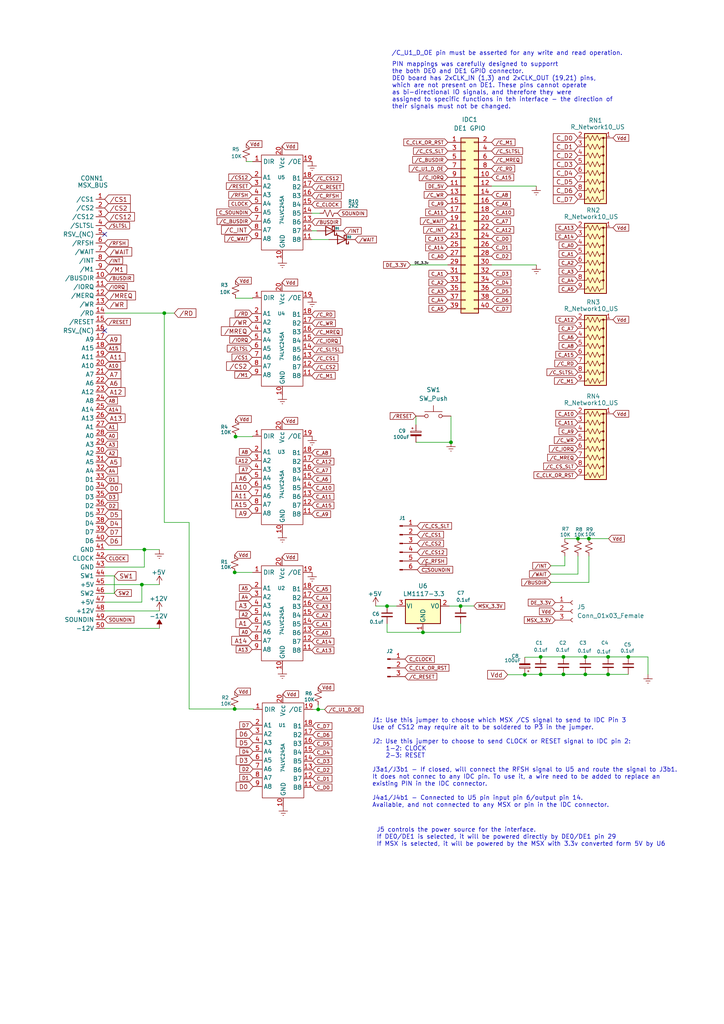
<source format=kicad_sch>
(kicad_sch (version 20230121) (generator eeschema)
  (paper "A4" portrait)
  (title_block (title "MSX FPGA Hat") (date "2023-05-14") (rev "1.4") (company "RCC") (comment 1 "to 3.3v systems with voltage conversion") (comment 2 "Cartridge for MSX Computers that expose the MSX BUS") (comment 3 "IDC connector pinout mapped for Altera DE1 FPGA Development Board") (comment 4 "Designed for Terasic DE0 & DE1"))
  (lib_symbols
    (symbol "74LVC245A_1"
      (property "Reference" "U" (at 0 0 0))
      (property "Value" "74LVC245A_1" (at 0 0 0))
      (symbol "74LVC245A_1_1_1"
        (pin input line (at -67.183 87.63 0) (length 2.54) (name "DIR") (number "1"))
        (pin power_in line (at -58.547 59.436 90) (length 2.54) (name "GND") (number "10"))
        (pin bidirectional line (at -50.038 65.024 180) (length 2.54) (name "B8") (number "11"))
        (pin bidirectional line (at -50.038 67.564 180) (length 2.54) (name "B7") (number "12"))
        (pin bidirectional line (at -50.038 70.104 180) (length 2.54) (name "B6") (number "13"))
        (pin bidirectional line (at -50.038 72.644 180) (length 2.54) (name "B5") (number "14"))
        (pin bidirectional line (at -50.038 75.184 180) (length 2.54) (name "B4") (number "15"))
        (pin bidirectional line (at -50.038 77.724 180) (length 2.54) (name "B3") (number "16"))
        (pin bidirectional line (at -50.038 80.264 180) (length 2.54) (name "B2") (number "17"))
        (pin bidirectional line (at -50.038 82.804 180) (length 2.54) (name "B1") (number "18"))
        (pin input line (at -49.911 87.63 180) (length 2.54) (name "/OE") (number "19"))
        (pin bidirectional line (at -67.31 83.058 0) (length 2.54) (name "A1") (number "2"))
        (pin power_in line (at -58.674 92.075 270) (length 2.54) (name "Vcc") (number "20"))
        (pin bidirectional line (at -67.31 80.518 0) (length 2.54) (name "A2") (number "3"))
        (pin bidirectional line (at -67.31 77.978 0) (length 2.54) (name "A3") (number "4"))
        (pin bidirectional line (at -67.31 75.438 0) (length 2.54) (name "A4") (number "5"))
        (pin bidirectional line (at -67.31 72.898 0) (length 2.54) (name "A5") (number "6"))
        (pin bidirectional line (at -67.31 70.358 0) (length 2.54) (name "A6") (number "7"))
        (pin bidirectional line (at -67.31 67.818 0) (length 2.54) (name "A7") (number "8"))
        (pin bidirectional line (at -67.31 65.278 0) (length 2.54) (name "A8") (number "9"))
      )
    )
    (symbol "74LVC245A_2"
      (property "Reference" "U" (at 0 0 0))
      (property "Value" "74LVC245A_2" (at 0 0 0))
      (symbol "74LVC245A_2_1_1"
        (pin input line (at -67.183 87.63 0) (length 2.54) (name "DIR") (number "1"))
        (pin power_in line (at -58.547 59.436 90) (length 2.54) (name "GND") (number "10"))
        (pin bidirectional line (at -50.038 65.024 180) (length 2.54) (name "B8") (number "11"))
        (pin bidirectional line (at -50.038 67.564 180) (length 2.54) (name "B7") (number "12"))
        (pin bidirectional line (at -50.038 70.104 180) (length 2.54) (name "B6") (number "13"))
        (pin bidirectional line (at -50.038 72.644 180) (length 2.54) (name "B5") (number "14"))
        (pin bidirectional line (at -50.038 75.184 180) (length 2.54) (name "B4") (number "15"))
        (pin bidirectional line (at -50.038 77.724 180) (length 2.54) (name "B3") (number "16"))
        (pin bidirectional line (at -50.038 80.264 180) (length 2.54) (name "B2") (number "17"))
        (pin bidirectional line (at -50.038 82.804 180) (length 2.54) (name "B1") (number "18"))
        (pin input line (at -49.911 87.63 180) (length 2.54) (name "/OE") (number "19"))
        (pin bidirectional line (at -67.31 83.058 0) (length 2.54) (name "A1") (number "2"))
        (pin power_in line (at -58.674 92.075 270) (length 2.54) (name "Vcc") (number "20"))
        (pin bidirectional line (at -67.31 80.518 0) (length 2.54) (name "A2") (number "3"))
        (pin bidirectional line (at -67.31 77.978 0) (length 2.54) (name "A3") (number "4"))
        (pin bidirectional line (at -67.31 75.438 0) (length 2.54) (name "A4") (number "5"))
        (pin bidirectional line (at -67.31 72.898 0) (length 2.54) (name "A5") (number "6"))
        (pin bidirectional line (at -67.31 70.358 0) (length 2.54) (name "A6") (number "7"))
        (pin bidirectional line (at -67.31 67.818 0) (length 2.54) (name "A7") (number "8"))
        (pin bidirectional line (at -67.31 65.278 0) (length 2.54) (name "A8") (number "9"))
      )
    )
    (symbol "74LVC245A_3"
      (property "Reference" "U" (at 0 0 0))
      (property "Value" "74LVC245A_3" (at 0 0 0))
      (symbol "74LVC245A_3_1_1"
        (pin input line (at -67.183 87.63 0) (length 2.54) (name "DIR") (number "1"))
        (pin power_in line (at -58.547 59.436 90) (length 2.54) (name "GND") (number "10"))
        (pin bidirectional line (at -50.038 65.024 180) (length 2.54) (name "B8") (number "11"))
        (pin bidirectional line (at -50.038 67.564 180) (length 2.54) (name "B7") (number "12"))
        (pin bidirectional line (at -50.038 70.104 180) (length 2.54) (name "B6") (number "13"))
        (pin bidirectional line (at -50.038 72.644 180) (length 2.54) (name "B5") (number "14"))
        (pin bidirectional line (at -50.038 75.184 180) (length 2.54) (name "B4") (number "15"))
        (pin bidirectional line (at -50.038 77.724 180) (length 2.54) (name "B3") (number "16"))
        (pin bidirectional line (at -50.038 80.264 180) (length 2.54) (name "B2") (number "17"))
        (pin bidirectional line (at -50.038 82.804 180) (length 2.54) (name "B1") (number "18"))
        (pin input line (at -49.911 87.63 180) (length 2.54) (name "/OE") (number "19"))
        (pin bidirectional line (at -67.31 83.058 0) (length 2.54) (name "A1") (number "2"))
        (pin power_in line (at -58.674 92.075 270) (length 2.54) (name "Vcc") (number "20"))
        (pin bidirectional line (at -67.31 80.518 0) (length 2.54) (name "A2") (number "3"))
        (pin bidirectional line (at -67.31 77.978 0) (length 2.54) (name "A3") (number "4"))
        (pin bidirectional line (at -67.31 75.438 0) (length 2.54) (name "A4") (number "5"))
        (pin bidirectional line (at -67.31 72.898 0) (length 2.54) (name "A5") (number "6"))
        (pin bidirectional line (at -67.31 70.358 0) (length 2.54) (name "A6") (number "7"))
        (pin bidirectional line (at -67.31 67.818 0) (length 2.54) (name "A7") (number "8"))
        (pin bidirectional line (at -67.31 65.278 0) (length 2.54) (name "A8") (number "9"))
      )
    )
    (symbol "74LVC245A_4"
      (property "Reference" "U" (at 0 0 0))
      (property "Value" "74LVC245A_4" (at 0 0 0))
      (symbol "74LVC245A_4_1_1"
        (pin input line (at -67.183 87.63 0) (length 2.54) (name "DIR") (number "1"))
        (pin power_in line (at -58.547 59.436 90) (length 2.54) (name "GND") (number "10"))
        (pin bidirectional line (at -50.038 65.024 180) (length 2.54) (name "B8") (number "11"))
        (pin bidirectional line (at -50.038 67.564 180) (length 2.54) (name "B7") (number "12"))
        (pin bidirectional line (at -50.038 70.104 180) (length 2.54) (name "B6") (number "13"))
        (pin bidirectional line (at -50.038 72.644 180) (length 2.54) (name "B5") (number "14"))
        (pin bidirectional line (at -50.038 75.184 180) (length 2.54) (name "B4") (number "15"))
        (pin bidirectional line (at -50.038 77.724 180) (length 2.54) (name "B3") (number "16"))
        (pin bidirectional line (at -50.038 80.264 180) (length 2.54) (name "B2") (number "17"))
        (pin bidirectional line (at -50.038 82.804 180) (length 2.54) (name "B1") (number "18"))
        (pin input line (at -49.911 87.63 180) (length 2.54) (name "/OE") (number "19"))
        (pin bidirectional line (at -67.31 83.058 0) (length 2.54) (name "A1") (number "2"))
        (pin power_in line (at -58.674 92.075 270) (length 2.54) (name "Vcc") (number "20"))
        (pin bidirectional line (at -67.31 80.518 0) (length 2.54) (name "A2") (number "3"))
        (pin bidirectional line (at -67.31 77.978 0) (length 2.54) (name "A3") (number "4"))
        (pin bidirectional line (at -67.31 75.438 0) (length 2.54) (name "A4") (number "5"))
        (pin bidirectional line (at -67.31 72.898 0) (length 2.54) (name "A5") (number "6"))
        (pin bidirectional line (at -67.31 70.358 0) (length 2.54) (name "A6") (number "7"))
        (pin bidirectional line (at -67.31 67.818 0) (length 2.54) (name "A7") (number "8"))
        (pin bidirectional line (at -67.31 65.278 0) (length 2.54) (name "A8") (number "9"))
      )
    )
    (symbol "Connector:Conn_01x03_Female" (pin_names (offset 1.016) hide)
      (property "Reference" "J" (at 0 5.08 0))
      (property "Value" "Conn_01x03_Female" (at 0 -5.08 0))
      (symbol "Conn_01x03_Female_1_1"
        (pin passive line (at -5.08 2.54 0) (length 3.81) (name "Pin_1") (number "1"))
        (pin passive line (at -5.08 0 0) (length 3.81) (name "Pin_2") (number "2"))
        (pin passive line (at -5.08 -2.54 0) (length 3.81) (name "Pin_3") (number "3"))
      )
    )
    (symbol "Connector:Conn_01x03_Male" (pin_names (offset 1.016) hide)
      (property "Reference" "J" (at 0 5.08 0))
      (property "Value" "Conn_01x03_Male" (at 0 -5.08 0))
      (symbol "Conn_01x03_Male_1_1"
        (pin passive line (at 5.08 2.54 180) (length 3.81) (name "Pin_1") (number "1"))
        (pin passive line (at 5.08 0 180) (length 3.81) (name "Pin_2") (number "2"))
        (pin passive line (at 5.08 -2.54 180) (length 3.81) (name "Pin_3") (number "3"))
      )
    )
    (symbol "Connector:Conn_01x06_Male" (pin_names (offset 1.016) hide)
      (property "Reference" "J" (at 0 7.62 0))
      (property "Value" "Conn_01x06_Male" (at 0 -10.16 0))
      (symbol "Conn_01x06_Male_1_1"
        (pin passive line (at 5.08 5.08 180) (length 3.81) (name "Pin_1") (number "1"))
        (pin passive line (at 5.08 2.54 180) (length 3.81) (name "Pin_2") (number "2"))
        (pin passive line (at 5.08 0 180) (length 3.81) (name "Pin_3") (number "3"))
        (pin passive line (at 5.08 -2.54 180) (length 3.81) (name "Pin_4") (number "4"))
        (pin passive line (at 5.08 -5.08 180) (length 3.81) (name "Pin_5") (number "5"))
        (pin passive line (at 5.08 -7.62 180) (length 3.81) (name "Pin_6") (number "6"))
      )
    )
    (symbol "Connector_Generic:Conn_02x20_Odd_Even" (pin_names (offset 1.016) hide)
      (property "Reference" "J" (at 1.27 25.4 0))
      (property "Value" "Conn_02x20_Odd_Even" (at 1.27 -27.94 0))
      (symbol "Conn_02x20_Odd_Even_1_1"
        (pin passive line (at -5.08 22.86 0) (length 3.81) (name "Pin_1") (number "1"))
        (pin passive line (at 7.62 12.7 180) (length 3.81) (name "Pin_10") (number "10"))
        (pin passive line (at -5.08 10.16 0) (length 3.81) (name "Pin_11") (number "11"))
        (pin passive line (at 7.62 10.16 180) (length 3.81) (name "Pin_12") (number "12"))
        (pin passive line (at -5.08 7.62 0) (length 3.81) (name "Pin_13") (number "13"))
        (pin passive line (at 7.62 7.62 180) (length 3.81) (name "Pin_14") (number "14"))
        (pin passive line (at -5.08 5.08 0) (length 3.81) (name "Pin_15") (number "15"))
        (pin passive line (at 7.62 5.08 180) (length 3.81) (name "Pin_16") (number "16"))
        (pin passive line (at -5.08 2.54 0) (length 3.81) (name "Pin_17") (number "17"))
        (pin passive line (at 7.62 2.54 180) (length 3.81) (name "Pin_18") (number "18"))
        (pin passive line (at -5.08 0 0) (length 3.81) (name "Pin_19") (number "19"))
        (pin passive line (at 7.62 22.86 180) (length 3.81) (name "Pin_2") (number "2"))
        (pin passive line (at 7.62 0 180) (length 3.81) (name "Pin_20") (number "20"))
        (pin passive line (at -5.08 -2.54 0) (length 3.81) (name "Pin_21") (number "21"))
        (pin passive line (at 7.62 -2.54 180) (length 3.81) (name "Pin_22") (number "22"))
        (pin passive line (at -5.08 -5.08 0) (length 3.81) (name "Pin_23") (number "23"))
        (pin passive line (at 7.62 -5.08 180) (length 3.81) (name "Pin_24") (number "24"))
        (pin passive line (at -5.08 -7.62 0) (length 3.81) (name "Pin_25") (number "25"))
        (pin passive line (at 7.62 -7.62 180) (length 3.81) (name "Pin_26") (number "26"))
        (pin passive line (at -5.08 -10.16 0) (length 3.81) (name "Pin_27") (number "27"))
        (pin passive line (at 7.62 -10.16 180) (length 3.81) (name "Pin_28") (number "28"))
        (pin passive line (at -5.08 -12.7 0) (length 3.81) (name "Pin_29") (number "29"))
        (pin passive line (at -5.08 20.32 0) (length 3.81) (name "Pin_3") (number "3"))
        (pin passive line (at 7.62 -12.7 180) (length 3.81) (name "Pin_30") (number "30"))
        (pin passive line (at -5.08 -15.24 0) (length 3.81) (name "Pin_31") (number "31"))
        (pin passive line (at 7.62 -15.24 180) (length 3.81) (name "Pin_32") (number "32"))
        (pin passive line (at -5.08 -17.78 0) (length 3.81) (name "Pin_33") (number "33"))
        (pin passive line (at 7.62 -17.78 180) (length 3.81) (name "Pin_34") (number "34"))
        (pin passive line (at -5.08 -20.32 0) (length 3.81) (name "Pin_35") (number "35"))
        (pin passive line (at 7.62 -20.32 180) (length 3.81) (name "Pin_36") (number "36"))
        (pin passive line (at -5.08 -22.86 0) (length 3.81) (name "Pin_37") (number "37"))
        (pin passive line (at 7.62 -22.86 180) (length 3.81) (name "Pin_38") (number "38"))
        (pin passive line (at -5.08 -25.4 0) (length 3.81) (name "Pin_39") (number "39"))
        (pin passive line (at 7.62 20.32 180) (length 3.81) (name "Pin_4") (number "4"))
        (pin passive line (at 7.62 -25.4 180) (length 3.81) (name "Pin_40") (number "40"))
        (pin passive line (at -5.08 17.78 0) (length 3.81) (name "Pin_5") (number "5"))
        (pin passive line (at 7.62 17.78 180) (length 3.81) (name "Pin_6") (number "6"))
        (pin passive line (at -5.08 15.24 0) (length 3.81) (name "Pin_7") (number "7"))
        (pin passive line (at 7.62 15.24 180) (length 3.81) (name "Pin_8") (number "8"))
        (pin passive line (at -5.08 12.7 0) (length 3.81) (name "Pin_9") (number "9"))
      )
    )
    (symbol "Device:C_Polarized_Small" (pin_numbers hide) (pin_names (offset 0.254) hide)
      (property "Reference" "C" (at 0.254 1.778 0))
      (property "Value" "C_Polarized_Small" (at 0.254 -2.032 0))
      (symbol "C_Polarized_Small_1_1"
        (pin passive line (at 0 2.54 270) (length 1.8542) (name "~") (number "1"))
        (pin passive line (at 0 -2.54 90) (length 1.8542) (name "~") (number "2"))
      )
    )
    (symbol "Device:C_Small" (pin_numbers hide) (pin_names (offset 0.254) hide)
      (property "Reference" "C" (at 0.254 1.778 0))
      (property "Value" "C_Small" (at 0.254 -2.032 0))
      (symbol "C_Small_1_1"
        (pin passive line (at 0 2.54 270) (length 2.032) (name "~") (number "1"))
        (pin passive line (at 0 -2.54 90) (length 2.032) (name "~") (number "2"))
      )
    )
    (symbol "Device:D_Schottky" (pin_numbers hide) (pin_names (offset 1.016) hide)
      (property "Reference" "D" (at 0 2.54 0))
      (property "Value" "D_Schottky" (at 0 -2.54 0))
      (symbol "D_Schottky_1_1"
        (pin passive line (at -3.81 0 0) (length 2.54) (name "K") (number "1"))
        (pin passive line (at 3.81 0 180) (length 2.54) (name "A") (number "2"))
      )
    )
    (symbol "Device:R_Network08_US" (pin_names (offset 0) hide)
      (property "Reference" "RN" (at -12.7 0 90))
      (property "Value" "R_Network08_US" (at 10.16 0 90))
      (symbol "R_Network08_US_1_1"
        (pin passive line (at -10.16 5.08 270) (length 2.54) (name "common") (number "1"))
        (pin passive line (at -10.16 -5.08 90) (length 1.27) (name "R1") (number "2"))
        (pin passive line (at -7.62 -5.08 90) (length 1.27) (name "R2") (number "3"))
        (pin passive line (at -5.08 -5.08 90) (length 1.27) (name "R3") (number "4"))
        (pin passive line (at -2.54 -5.08 90) (length 1.27) (name "R4") (number "5"))
        (pin passive line (at 0 -5.08 90) (length 1.27) (name "R5") (number "6"))
        (pin passive line (at 2.54 -5.08 90) (length 1.27) (name "R6") (number "7"))
        (pin passive line (at 5.08 -5.08 90) (length 1.27) (name "R7") (number "8"))
        (pin passive line (at 7.62 -5.08 90) (length 1.27) (name "R8") (number "9"))
      )
    )
    (symbol "Device:R_Small_US" (pin_numbers hide) (pin_names (offset 0.254) hide)
      (property "Reference" "R" (at 0.762 0.508 0))
      (property "Value" "R_Small_US" (at 0.762 -1.016 0))
      (symbol "R_Small_US_1_1"
        (pin passive line (at 0 2.54 270) (length 1.016) (name "~") (number "1"))
        (pin passive line (at 0 -2.54 90) (length 1.016) (name "~") (number "2"))
      )
    )
    (symbol "Regulator_Linear:LM1117-3.3" (pin_names (offset 0.254))
      (property "Reference" "U" (at -3.81 3.175 0))
      (property "Value" "LM1117-3.3" (at 0 3.175 0))
      (symbol "LM1117-3.3_1_1"
        (pin power_in line (at 0 -7.62 90) (length 2.54) (name "GND") (number "1"))
        (pin power_out line (at 7.62 0 180) (length 2.54) (name "VO") (number "2"))
        (pin power_in line (at -7.62 0 0) (length 2.54) (name "VI") (number "3"))
      )
    )
    (symbol "Roni:74LVC245A"
      (property "Reference" "U" (at 0 0 0))
      (property "Value" "74LVC245A" (at 0 0 0))
      (symbol "74LVC245A_1_1"
        (pin input line (at -67.183 87.63 0) (length 2.54) (name "DIR") (number "1"))
        (pin power_in line (at -58.547 59.436 90) (length 2.54) (name "GND") (number "10"))
        (pin bidirectional line (at -50.038 65.024 180) (length 2.54) (name "B8") (number "11"))
        (pin bidirectional line (at -50.038 67.564 180) (length 2.54) (name "B7") (number "12"))
        (pin bidirectional line (at -50.038 70.104 180) (length 2.54) (name "B6") (number "13"))
        (pin bidirectional line (at -50.038 72.644 180) (length 2.54) (name "B5") (number "14"))
        (pin bidirectional line (at -50.038 75.184 180) (length 2.54) (name "B4") (number "15"))
        (pin bidirectional line (at -50.038 77.724 180) (length 2.54) (name "B3") (number "16"))
        (pin bidirectional line (at -50.038 80.264 180) (length 2.54) (name "B2") (number "17"))
        (pin bidirectional line (at -50.038 82.804 180) (length 2.54) (name "B1") (number "18"))
        (pin input line (at -49.911 87.63 180) (length 2.54) (name "/OE") (number "19"))
        (pin bidirectional line (at -67.31 83.058 0) (length 2.54) (name "A1") (number "2"))
        (pin power_in line (at -58.674 92.075 270) (length 2.54) (name "Vcc") (number "20"))
        (pin bidirectional line (at -67.31 80.518 0) (length 2.54) (name "A2") (number "3"))
        (pin bidirectional line (at -67.31 77.978 0) (length 2.54) (name "A3") (number "4"))
        (pin bidirectional line (at -67.31 75.438 0) (length 2.54) (name "A4") (number "5"))
        (pin bidirectional line (at -67.31 72.898 0) (length 2.54) (name "A5") (number "6"))
        (pin bidirectional line (at -67.31 70.358 0) (length 2.54) (name "A6") (number "7"))
        (pin bidirectional line (at -67.31 67.818 0) (length 2.54) (name "A7") (number "8"))
        (pin bidirectional line (at -67.31 65.278 0) (length 2.54) (name "A8") (number "9"))
      )
    )
    (symbol "Roni:MSX_BUS"
      (property "Reference" "U" (at 0 0 0))
      (property "Value" "MSX_BUS" (at 0 0 0))
      (symbol "MSX_BUS_1_1"
        (pin output line (at -67.945 88.392 180) (length 2.54) (name "/CS1") (number "1"))
        (pin output line (at -67.945 65.532 180) (length 2.54) (name "/BUSDIR") (number "10"))
        (pin output line (at -67.945 62.992 180) (length 2.54) (name "/IORQ") (number "11"))
        (pin output line (at -67.945 60.452 180) (length 2.54) (name "/MERQ") (number "12"))
        (pin output line (at -67.945 57.912 180) (length 2.54) (name "/WR") (number "13"))
        (pin output line (at -67.945 55.372 180) (length 2.54) (name "/RD") (number "14"))
        (pin input line (at -67.945 52.832 180) (length 2.54) (name "/RESET") (number "15"))
        (pin output line (at -67.945 50.292 180) (length 2.54) (name "RSV_(NC)") (number "16"))
        (pin output line (at -67.945 47.752 180) (length 2.54) (name "A9") (number "17"))
        (pin output line (at -67.945 45.212 180) (length 2.54) (name "A15") (number "18"))
        (pin output line (at -67.945 42.672 180) (length 2.54) (name "A11") (number "19"))
        (pin output line (at -67.945 85.852 180) (length 2.54) (name "/CS2") (number "2"))
        (pin output line (at -67.945 40.132 180) (length 2.54) (name "A10") (number "20"))
        (pin output line (at -67.945 37.592 180) (length 2.54) (name "A7") (number "21"))
        (pin output line (at -67.945 35.052 180) (length 2.54) (name "A6") (number "22"))
        (pin output line (at -67.945 32.512 180) (length 2.54) (name "A12") (number "23"))
        (pin output line (at -67.945 29.972 180) (length 2.54) (name "A8") (number "24"))
        (pin output line (at -67.945 27.432 180) (length 2.54) (name "A14") (number "25"))
        (pin output line (at -67.945 24.892 180) (length 2.54) (name "A13") (number "26"))
        (pin output line (at -67.945 22.352 180) (length 2.54) (name "A1") (number "27"))
        (pin output line (at -67.945 19.812 180) (length 2.54) (name "A0") (number "28"))
        (pin output line (at -67.945 17.272 180) (length 2.54) (name "A3") (number "29"))
        (pin output line (at -67.945 83.312 180) (length 2.54) (name "/CS12") (number "3"))
        (pin output line (at -67.945 14.732 180) (length 2.54) (name "A2") (number "30"))
        (pin output line (at -67.945 12.192 180) (length 2.54) (name "A5") (number "31"))
        (pin output line (at -67.945 9.652 180) (length 2.54) (name "A4") (number "32"))
        (pin output line (at -67.945 7.112 180) (length 2.54) (name "D1") (number "33"))
        (pin output line (at -67.945 4.572 180) (length 2.54) (name "D0") (number "34"))
        (pin output line (at -67.945 2.032 180) (length 2.54) (name "D3") (number "35"))
        (pin output line (at -67.945 -0.508 180) (length 2.54) (name "D2") (number "36"))
        (pin output line (at -67.945 -3.048 180) (length 2.54) (name "D5") (number "37"))
        (pin output line (at -67.945 -5.588 180) (length 2.54) (name "D4") (number "38"))
        (pin output line (at -67.945 -8.128 180) (length 2.54) (name "D7") (number "39"))
        (pin output line (at -67.945 80.772 180) (length 2.54) (name "/SLTSL") (number "4"))
        (pin output line (at -67.945 -10.668 180) (length 2.54) (name "D6") (number "40"))
        (pin output line (at -67.945 -13.208 180) (length 2.54) (name "GND") (number "41"))
        (pin output line (at -67.945 -15.748 180) (length 2.54) (name "CLOCK") (number "42"))
        (pin output line (at -67.945 -18.288 180) (length 2.54) (name "GND") (number "43"))
        (pin output line (at -67.945 -20.828 180) (length 2.54) (name "SW1") (number "44"))
        (pin output line (at -67.945 -23.368 180) (length 2.54) (name "+5V") (number "45"))
        (pin output line (at -67.945 -25.908 180) (length 2.54) (name "SW2") (number "46"))
        (pin output line (at -67.945 -28.448 180) (length 2.54) (name "+5V") (number "47"))
        (pin output line (at -67.945 -30.988 180) (length 2.54) (name "+12V") (number "48"))
        (pin output line (at -67.945 -33.528 180) (length 2.54) (name "SOUNDIN") (number "49"))
        (pin output line (at -67.945 78.232 180) (length 2.54) (name "RSV_(NC)") (number "5"))
        (pin output line (at -67.945 -36.068 180) (length 2.54) (name "-12V") (number "50"))
        (pin output line (at -67.945 75.692 180) (length 2.54) (name "/RFSH") (number "6"))
        (pin output line (at -67.945 73.152 180) (length 2.54) (name "/WAIT") (number "7"))
        (pin output line (at -67.945 70.612 180) (length 2.54) (name "/INT") (number "8"))
        (pin output line (at -67.945 68.072 180) (length 2.54) (name "/M1") (number "9"))
      )
    )
    (symbol "Switch:SW_Push" (pin_numbers hide) (pin_names (offset 1.016) hide)
      (property "Reference" "SW" (at 1.27 2.54 0))
      (property "Value" "SW_Push" (at 0 -1.524 0))
      (symbol "SW_Push_0_1"
        (pin passive line (at -5.08 0 0) (length 2.54) (name "1") (number "1"))
        (pin passive line (at 5.08 0 180) (length 2.54) (name "2") (number "2"))
      )
    )
    (symbol "power:+12V" (power) (pin_names (offset 0))
      (property "Value" "+12V" (at 0 3.556 0))
      (symbol "+12V_1_1"
        (pin power_in line (at 0 0 90) (length 0) hide (name "+12V") (number "1"))
      )
    )
    (symbol "power:+5V" (power) (pin_names (offset 0))
      (property "Value" "+5V" (at 0 3.556 0))
      (symbol "+5V_1_1"
        (pin power_in line (at 0 0 90) (length 0) hide (name "+5V") (number "1"))
      )
    )
    (symbol "power:-12V" (power) (pin_names (offset 0))
      (property "Value" "-12V" (at 0 3.81 0))
      (symbol "-12V_0_0"
        (pin power_in line (at 0 0 90) (length 0) hide (name "-12V") (number "1"))
      )
    )
    (symbol "power:GNDREF" (power) (pin_names (offset 0))
      (property "Value" "GNDREF" (at 0 -3.81 0))
      (symbol "GNDREF_1_1"
        (pin power_in line (at 0 0 270) (length 0) hide (name "GNDREF") (number "1"))
      )
    )
  )
  (junction (at 163.4386 190.5))
  (junction (at 176.3926 190.5))
  (junction (at 170.815 156.21))
  (junction (at 47.6509 90.805))
  (junction (at 152.2248 195.6702))
  (junction (at 169.7886 190.5))
  (junction (at 41.148 169.545))
  (junction (at 169.7886 195.58))
  (junction (at 133.604 175.768))
  (junction (at 68.072 205.613))
  (junction (at 182.2346 190.5))
  (junction (at 163.4386 195.58))
  (junction (at 130.81 128.27))
  (junction (at 68.072 165.989))
  (junction (at 156.8346 195.58))
  (junction (at 167.64 156.21))
  (junction (at 68.326 126.619))
  (junction (at 156.8346 190.5))
  (junction (at 112.268 175.768))
  (junction (at 92.3027 205.74))
  (junction (at 122.682 183.388))
  (junction (at 41.8757 159.385))
  (junction (at 176.3926 195.58))
  (no_connect (at 30.353 67.945))
  (no_connect (at 30.353 95.885))
  (wire (pts (xy 41.148 169.545) (xy 41.148 174.625)))
  (wire (pts (xy 54.864 205.613) (xy 68.072 205.613)))
  (wire (pts (xy 133.604 175.7287) (xy 133.604 175.768)))
  (wire (pts (xy 152.2248 190.5902) (xy 156.8346 190.5902)))
  (wire (pts (xy 112.268 175.768) (xy 115.062 175.768)))
  (wire (pts (xy 133.604 183.388) (xy 133.604 180.848)))
  (wire (pts (xy 152.2248 195.58) (xy 152.2248 195.6702)))
  (wire (pts (xy 91.9339 66.929) (xy 91.9339 66.9452)))
  (wire (pts (xy 122.682 183.388) (xy 112.268 183.388)))
  (wire (pts (xy 108.966 175.768) (xy 112.268 175.768)))
  (wire (pts (xy 187.96 190.5) (xy 187.96 195.58)))
  (wire (pts (xy 47.6509 151.511) (xy 54.864 151.511)))
  (wire (pts (xy 176.3926 190.5) (xy 182.2346 190.5)))
  (wire (pts (xy 73.279 126.619) (xy 73.279 126.492)))
  (wire (pts (xy 41.8757 164.465) (xy 41.8757 159.385)))
  (wire (pts (xy 41.8757 159.385) (xy 46.228 159.385)))
  (wire (pts (xy 90.424 61.849) (xy 92.8143 61.849)))
  (wire (pts (xy 163.83 156.21) (xy 167.64 156.21)))
  (wire (pts (xy 90.424 69.469) (xy 95.3757 69.469)))
  (wire (pts (xy 73.533 205.613) (xy 73.533 205.74)))
  (wire (pts (xy 169.7886 190.5) (xy 176.3926 190.5)))
  (wire (pts (xy 176.3926 195.58) (xy 182.2346 195.58)))
  (wire (pts (xy 167.64 156.21) (xy 170.815 156.21)))
  (wire (pts (xy 47.6509 90.805) (xy 47.6509 151.511)))
  (wire (pts (xy 156.8346 190.5) (xy 163.4386 190.5)))
  (wire (pts (xy 30.353 90.805) (xy 47.6509 90.805)))
  (wire (pts (xy 163.4386 190.5) (xy 169.7886 190.5)))
  (wire (pts (xy 92.8143 61.849) (xy 92.8143 61.8472)))
  (wire (pts (xy 30.353 182.245) (xy 46.228 182.245)))
  (wire (pts (xy 68.326 126.6804) (xy 68.326 126.619)))
  (wire (pts (xy 95.3757 69.469) (xy 95.3757 69.4709)))
  (wire (pts (xy 92.3027 204.4007) (xy 92.2788 204.4007)))
  (wire (pts (xy 119.0551 76.835) (xy 129.8934 76.835)))
  (wire (pts (xy 68.072 205.613) (xy 73.533 205.613)))
  (wire (pts (xy 167.64 161.29) (xy 167.64 166.497)))
  (wire (pts (xy 142.5934 76.835) (xy 155.575 76.835)))
  (wire (pts (xy 120.65 128.27) (xy 130.81 128.27)))
  (wire (pts (xy 130.81 128.27) (xy 130.81 120.65)))
  (wire (pts (xy 30.353 177.165) (xy 46.228 177.165)))
  (wire (pts (xy 33.1542 172.085) (xy 30.353 172.085)))
  (wire (pts (xy 47.6509 90.805) (xy 50.546 90.805)))
  (wire (pts (xy 30.353 167.005) (xy 33.1542 167.005)))
  (wire (pts (xy 130.302 175.768) (xy 133.604 175.768)))
  (wire (pts (xy 92.3027 205.74) (xy 94.1564 205.74)))
  (wire (pts (xy 92.3027 205.74) (xy 92.3027 204.4007)))
  (wire (pts (xy 41.148 169.545) (xy 46.228 169.545)))
  (wire (pts (xy 156.8346 195.58) (xy 163.4386 195.58)))
  (wire (pts (xy 159.766 164.084) (xy 163.83 164.084)))
  (wire (pts (xy 122.682 183.388) (xy 133.604 183.388)))
  (wire (pts (xy 163.83 161.29) (xy 163.83 164.084)))
  (wire (pts (xy 163.4386 195.58) (xy 169.7886 195.58)))
  (wire (pts (xy 30.353 164.465) (xy 41.8757 164.465)))
  (wire (pts (xy 182.2346 190.5) (xy 187.96 190.5)))
  (wire (pts (xy 68.072 165.989) (xy 73.279 165.989)))
  (wire (pts (xy 137.462 175.7287) (xy 133.604 175.7287)))
  (wire (pts (xy 30.353 159.385) (xy 41.8757 159.385)))
  (wire (pts (xy 30.353 174.625) (xy 41.148 174.625)))
  (wire (pts (xy 170.815 156.21) (xy 176.53 156.21)))
  (wire (pts (xy 159.766 168.91) (xy 170.815 168.91)))
  (wire (pts (xy 159.766 166.497) (xy 167.64 166.497)))
  (wire (pts (xy 30.353 169.545) (xy 41.148 169.545)))
  (wire (pts (xy 73.279 86.487) (xy 73.279 86.36)))
  (wire (pts (xy 54.864 151.511) (xy 54.864 205.613)))
  (wire (pts (xy 33.1542 167.005) (xy 33.1542 172.085)))
  (wire (pts (xy 73.279 46.8527) (xy 73.279 46.863)))
  (wire (pts (xy 147.2615 195.6702) (xy 152.2248 195.6702)))
  (wire (pts (xy 152.2248 195.58) (xy 156.8346 195.58)))
  (wire (pts (xy 142.5934 53.975) (xy 155.5474 53.975)))
  (wire (pts (xy 68.326 86.487) (xy 73.279 86.487)))
  (wire (pts (xy 90.424 66.929) (xy 91.9339 66.929)))
  (wire (pts (xy 112.268 183.388) (xy 112.268 180.848)))
  (wire (pts (xy 71.4173 46.8527) (xy 73.279 46.8527)))
  (wire (pts (xy 68.326 126.619) (xy 73.279 126.619)))
  (wire (pts (xy 90.805 205.74) (xy 92.3027 205.74)))
  (wire (pts (xy 156.8346 190.5902) (xy 156.8346 190.5)))
  (wire (pts (xy 169.7886 195.58) (xy 176.3926 195.58)))
  (wire (pts (xy 120.65 120.65) (xy 120.65 123.19)))
  (wire (pts (xy 68.072 166.1076) (xy 68.072 165.989)))
  (wire (pts (xy 170.815 161.29) (xy 170.815 168.91)))
  (text "PIN mappings was carefully designed to supporrt\nthe both DE0 and DE1 GPIO connector. \nDE0 board has 2xCLK_IN (1,3) and 2xCLK_OUT (19,21) pins,\nwhich are not present on DE1. These pins cannot operate\nas bi-directional IO signals, and therefore they were \nassigned to specific functions in teh interface - the direction of \ntheir signals must not be changed.\n" (at 113.665 31.75 0) (effects (font (size 1.27 1.27)) (justify left bottom)))
  (text "/C_U1_D_OE pin must be asserted for any write and read operation.\n" (at 113.538 16.256 0) (effects (font (size 1.27 1.27)) (justify left bottom)))
  (text "J1: Use this jumper to choose which MSX /CS signal to send to IDC Pin 3\nUse of CS12 may require ait to be soldered to P3 in the jumper.\n\nJ2: Use this jumper to choose to send CLOCK or RESET signal to IDC pin 2:\n    1-2: CLOCK\n    2-3: RESET\n\nJ3a1/J3b1 - If closed, will connect the RFSH signal to U5 and route the signal to J3b1.\nIt does not connec to any IDC pin. To use it, a wire need to be added to replace an \nexisting PIN in the IDC connector.\n\nJ4a1/J4b1 - Connected to U5 pin input pin 6/output pin 14. \nAvailable, and not connected to any MSX or pin in the IDC connector. " (at 107.95 234.315 0) (effects (font (size 1.27 1.27)) (justify left bottom)))
  (text "J5 controls the power source for the interface.\nIf DE0/DE1 is selected, it will be powered directly by DE0/DE1 pin 29\nIf MSX is selected, it will be powered by the MSX with 3.3v converted form 5V by U6\n\n" (at 109.22 247.65 0) (effects (font (size 1.27 1.27)) (justify left bottom)))
  (label "DE_3.3v" (at 120.1388 76.835 0) (effects (font (size 0.7 0.7))))
  (global_label "C_D7" (shape input) (at 167.64 57.785 180) (property "Intersheetrefs" "${INTERSHEET_REFS}" (effects hide)))
  (global_label "Vdd" (shape input) (at 81.788 161.544 0) (effects (font (size 1 1))) (property "Intersheetrefs" "${INTERSHEET_REFS}" (effects hide)))
  (global_label "C_D5" (shape input) (at 142.5934 84.455 0) (effects (font (size 1 1))) (property "Intersheetrefs" "${INTERSHEET_REFS}" (effects hide)))
  (global_label "{slash}C_SLTSL" (shape input) (at 142.5934 43.815 0) (effects (font (size 1 1))) (property "Intersheetrefs" "${INTERSHEET_REFS}" (effects hide)))
  (global_label "{slash}C_RFSH" (shape input) (at 90.424 56.769 0) (effects (font (size 1 1))) (property "Intersheetrefs" "${INTERSHEET_REFS}" (effects hide)))
  (global_label "D4" (shape input) (at 30.353 151.765 0) (property "Intersheetrefs" "${INTERSHEET_REFS}" (effects hide)))
  (global_label "{slash}C_CS_SLT" (shape input) (at 129.8934 43.815 180) (effects (font (size 1 1))) (property "Intersheetrefs" "${INTERSHEET_REFS}" (effects hide)))
  (global_label "A9" (shape input) (at 73.152 148.844 180) (property "Intersheetrefs" "${INTERSHEET_REFS}" (effects hide)))
  (global_label "{slash}MREQ" (shape input) (at 73.152 96.012 180) (property "Intersheetrefs" "${INTERSHEET_REFS}" (effects hide)))
  (global_label "{slash}C_WAIT" (shape input) (at 73.152 69.215 180) (effects (font (size 1 1))) (property "Intersheetrefs" "${INTERSHEET_REFS}" (effects hide)))
  (global_label "{slash}C_RD" (shape input) (at 90.424 91.186 0) (effects (font (size 1 1))) (property "Intersheetrefs" "${INTERSHEET_REFS}" (effects hide)))
  (global_label "MSX_3.3V" (shape input) (at 161.036 179.832 180) (effects (font (size 1 1))) (property "Intersheetrefs" "${INTERSHEET_REFS}" (effects hide)))
  (global_label "Vdd" (shape input) (at 82.042 201.295 0) (effects (font (size 1 1))) (property "Intersheetrefs" "${INTERSHEET_REFS}" (effects hide)))
  (global_label "C_A15" (shape input) (at 167.64 102.87 180) (effects (font (size 1 1))) (property "Intersheetrefs" "${INTERSHEET_REFS}" (effects hide)))
  (global_label "Vdd" (shape input) (at 81.788 42.418 0) (effects (font (size 1 1))) (property "Intersheetrefs" "${INTERSHEET_REFS}" (effects hide)))
  (global_label "C_A13" (shape input) (at 90.424 188.595 0) (effects (font (size 1 1))) (property "Intersheetrefs" "${INTERSHEET_REFS}" (effects hide)))
  (global_label "C_CLK_OR_RST" (shape input) (at 167.64 137.795 180) (effects (font (size 1 1))) (property "Intersheetrefs" "${INTERSHEET_REFS}" (effects hide)))
  (global_label "{slash}C_CS1" (shape input) (at 90.424 103.886 0) (effects (font (size 1 1))) (property "Intersheetrefs" "${INTERSHEET_REFS}" (effects hide)))
  (global_label "{slash}C_M1" (shape input) (at 142.5934 41.275 0) (effects (font (size 1 1))) (property "Intersheetrefs" "${INTERSHEET_REFS}" (effects hide)))
  (global_label "Vdd" (shape input) (at 177.8 66.04 0) (effects (font (size 1 1))) (property "Intersheetrefs" "${INTERSHEET_REFS}" (effects hide)))
  (global_label "A11" (shape input) (at 30.353 103.505 0) (property "Intersheetrefs" "${INTERSHEET_REFS}" (effects hide)))
  (global_label "C_A6" (shape input) (at 90.424 138.938 0) (effects (font (size 1 1))) (property "Intersheetrefs" "${INTERSHEET_REFS}" (effects hide)))
  (global_label "C_A12" (shape input) (at 167.64 92.71 180) (effects (font (size 1 1))) (property "Intersheetrefs" "${INTERSHEET_REFS}" (effects hide)))
  (global_label "C_A7" (shape input) (at 142.5934 64.135 0) (effects (font (size 1 1))) (property "Intersheetrefs" "${INTERSHEET_REFS}" (effects hide)))
  (global_label "Vdd" (shape input) (at 176.53 156.21 0) (effects (font (size 1 1))) (property "Intersheetrefs" "${INTERSHEET_REFS}" (effects hide)))
  (global_label "C_A4" (shape input) (at 129.8934 86.995 180) (effects (font (size 1 1))) (property "Intersheetrefs" "${INTERSHEET_REFS}" (effects hide)))
  (global_label "{slash}WAIT" (shape input) (at 30.353 73.025 0) (property "Intersheetrefs" "${INTERSHEET_REFS}" (effects hide)))
  (global_label "{slash}C_U1_D_OE" (shape input) (at 94.1564 205.74 0) (effects (font (size 1 1))) (property "Intersheetrefs" "${INTERSHEET_REFS}" (effects hide)))
  (global_label "D5" (shape input) (at 30.353 149.225 0) (property "Intersheetrefs" "${INTERSHEET_REFS}" (effects hide)))
  (global_label "D5" (shape input) (at 73.406 215.392 180) (property "Intersheetrefs" "${INTERSHEET_REFS}" (effects hide)))
  (global_label "C_A0" (shape input) (at 129.8934 74.295 180) (effects (font (size 1 1))) (property "Intersheetrefs" "${INTERSHEET_REFS}" (effects hide)))
  (global_label "C_A2" (shape input) (at 129.8934 81.915 180) (effects (font (size 1 1))) (property "Intersheetrefs" "${INTERSHEET_REFS}" (effects hide)))
  (global_label "A13" (shape input) (at 30.353 121.285 0) (property "Intersheetrefs" "${INTERSHEET_REFS}" (effects hide)))
  (global_label "C_D0" (shape input) (at 90.678 228.346 0) (effects (font (size 1 1))) (property "Intersheetrefs" "${INTERSHEET_REFS}" (effects hide)))
  (global_label "C_D0" (shape input) (at 142.5934 69.215 0) (effects (font (size 1 1))) (property "Intersheetrefs" "${INTERSHEET_REFS}" (effects hide)))
  (global_label "{slash}C_SLTSL" (shape input) (at 90.424 101.346 0) (effects (font (size 1 1))) (property "Intersheetrefs" "${INTERSHEET_REFS}" (effects hide)))
  (global_label "{slash}MREQ" (shape input) (at 30.353 85.725 0) (property "Intersheetrefs" "${INTERSHEET_REFS}" (effects hide)))
  (global_label "Vdd" (shape input) (at 68.326 121.539 0) (effects (font (size 1 1))) (property "Intersheetrefs" "${INTERSHEET_REFS}" (effects hide)))
  (global_label "{slash}RFSH" (shape input) (at 73.152 56.515 180) (effects (font (size 1 1))) (property "Intersheetrefs" "${INTERSHEET_REFS}" (effects hide)))
  (global_label "C_D7" (shape input) (at 90.678 210.566 0) (effects (font (size 1 1))) (property "Intersheetrefs" "${INTERSHEET_REFS}" (effects hide)))
  (global_label "{slash}CS2" (shape input) (at 30.353 60.325 0) (property "Intersheetrefs" "${INTERSHEET_REFS}" (effects hide)))
  (global_label "D7" (shape input) (at 30.353 154.305 0) (property "Intersheetrefs" "${INTERSHEET_REFS}" (effects hide)))
  (global_label "A5" (shape input) (at 30.353 133.985 0) (property "Intersheetrefs" "${INTERSHEET_REFS}" (effects hide)))
  (global_label "{slash}C_WR" (shape input) (at 90.424 93.726 0) (effects (font (size 1 1))) (property "Intersheetrefs" "${INTERSHEET_REFS}" (effects hide)))
  (global_label "{slash}C_IORQ" (shape input) (at 129.8934 51.435 180) (effects (font (size 1 1))) (property "Intersheetrefs" "${INTERSHEET_REFS}" (effects hide)))
  (global_label "C_D6" (shape input) (at 167.64 55.245 180) (property "Intersheetrefs" "${INTERSHEET_REFS}" (effects hide)))
  (global_label "{slash}C_CS2" (shape input) (at 121.031 157.607 0) (effects (font (size 1 1))) (property "Intersheetrefs" "${INTERSHEET_REFS}" (effects hide)))
  (global_label "C_A12" (shape input) (at 90.424 133.858 0) (effects (font (size 1 1))) (property "Intersheetrefs" "${INTERSHEET_REFS}" (effects hide)))
  (global_label "C_CLK_OR_RST" (shape input) (at 117.475 193.675 0) (effects (font (size 1 1))) (property "Intersheetrefs" "${INTERSHEET_REFS}" (effects hide)))
  (global_label "A1" (shape input) (at 73.152 180.721 180) (property "Intersheetrefs" "${INTERSHEET_REFS}" (effects hide)))
  (global_label "C_A10" (shape input) (at 142.5934 61.595 0) (effects (font (size 1 1))) (property "Intersheetrefs" "${INTERSHEET_REFS}" (effects hide)))
  (global_label "C_A9" (shape input) (at 129.8934 59.055 180) (effects (font (size 1 1))) (property "Intersheetrefs" "${INTERSHEET_REFS}" (effects hide)))
  (global_label "{slash}RD" (shape input) (at 50.546 90.805 0) (property "Intersheetrefs" "${INTERSHEET_REFS}" (effects hide)))
  (global_label "A7" (shape input) (at 30.353 108.585 0) (property "Intersheetrefs" "${INTERSHEET_REFS}" (effects hide)))
  (global_label "C_A0" (shape input) (at 167.64 71.12 180) (effects (font (size 1 1))) (property "Intersheetrefs" "${INTERSHEET_REFS}" (effects hide)))
  (global_label "C_A11" (shape input) (at 167.64 122.555 180) (effects (font (size 1 1))) (property "Intersheetrefs" "${INTERSHEET_REFS}" (effects hide)))
  (global_label "C_D3" (shape input) (at 167.64 47.625 180) (property "Intersheetrefs" "${INTERSHEET_REFS}" (effects hide)))
  (global_label "C_A4" (shape input) (at 167.64 81.28 180) (effects (font (size 1 1))) (property "Intersheetrefs" "${INTERSHEET_REFS}" (effects hide)))
  (global_label "{slash}C_WR" (shape input) (at 129.8934 56.515 180) (effects (font (size 1 1))) (property "Intersheetrefs" "${INTERSHEET_REFS}" (effects hide)))
  (global_label "A10" (shape input) (at 73.152 141.224 180) (property "Intersheetrefs" "${INTERSHEET_REFS}" (effects hide)))
  (global_label "MSX_3.3V" (shape input) (at 137.462 175.7287 0) (effects (font (size 1 1))) (property "Intersheetrefs" "${INTERSHEET_REFS}" (effects hide)))
  (global_label "{slash}CS2" (shape input) (at 73.152 106.172 180) (property "Intersheetrefs" "${INTERSHEET_REFS}" (effects hide)))
  (global_label "C_D5" (shape input) (at 90.678 215.646 0) (effects (font (size 1 1))) (property "Intersheetrefs" "${INTERSHEET_REFS}" (effects hide)))
  (global_label "C_A8" (shape input) (at 90.424 131.318 0) (effects (font (size 1 1))) (property "Intersheetrefs" "${INTERSHEET_REFS}" (effects hide)))
  (global_label "C_A8" (shape input) (at 142.5934 56.515 0) (effects (font (size 1 1))) (property "Intersheetrefs" "${INTERSHEET_REFS}" (effects hide)))
  (global_label "D6" (shape input) (at 73.406 212.852 180) (property "Intersheetrefs" "${INTERSHEET_REFS}" (effects hide)))
  (global_label "{slash}C_RD" (shape input) (at 167.64 105.41 180) (effects (font (size 1 1))) (property "Intersheetrefs" "${INTERSHEET_REFS}" (effects hide)))
  (global_label "C_SOUNDIN" (shape input) (at 73.152 61.595 180) (effects (font (size 1 1))) (property "Intersheetrefs" "${INTERSHEET_REFS}" (effects hide)))
  (global_label "D3" (shape input) (at 73.406 220.472 180) (property "Intersheetrefs" "${INTERSHEET_REFS}" (effects hide)))
  (global_label "{slash}INT" (shape input) (at 159.766 164.084 180) (effects (font (size 1 1))) (property "Intersheetrefs" "${INTERSHEET_REFS}" (effects hide)))
  (global_label "D0" (shape input) (at 73.406 228.092 180) (property "Intersheetrefs" "${INTERSHEET_REFS}" (effects hide)))
  (global_label "C_A15" (shape input) (at 142.5934 51.435 0) (effects (font (size 1 1))) (property "Intersheetrefs" "${INTERSHEET_REFS}" (effects hide)))
  (global_label "SW1" (shape input) (at 33.1542 167.005 0) (property "Intersheetrefs" "${INTERSHEET_REFS}" (effects hide)))
  (global_label "C_D2" (shape input) (at 90.678 223.266 0) (effects (font (size 1 1))) (property "Intersheetrefs" "${INTERSHEET_REFS}" (effects hide)))
  (global_label "C_CLOCK" (shape input) (at 90.424 59.309 0) (effects (font (size 1 1))) (property "Intersheetrefs" "${INTERSHEET_REFS}" (effects hide)))
  (global_label "A9" (shape input) (at 30.353 98.425 0) (property "Intersheetrefs" "${INTERSHEET_REFS}" (effects hide)))
  (global_label "C_A3" (shape input) (at 129.8934 84.455 180) (effects (font (size 1 1))) (property "Intersheetrefs" "${INTERSHEET_REFS}" (effects hide)))
  (global_label "A15" (shape input) (at 73.152 146.304 180) (property "Intersheetrefs" "${INTERSHEET_REFS}" (effects hide)))
  (global_label "C_D3" (shape input) (at 142.5934 79.375 0) (effects (font (size 1 1))) (property "Intersheetrefs" "${INTERSHEET_REFS}" (effects hide)))
  (global_label "A12" (shape input) (at 30.353 113.665 0) (property "Intersheetrefs" "${INTERSHEET_REFS}" (effects hide)))
  (global_label "C_A6" (shape input) (at 142.5934 59.055 0) (effects (font (size 1 1))) (property "Intersheetrefs" "${INTERSHEET_REFS}" (effects hide)))
  (global_label "C_A12" (shape input) (at 142.5934 66.675 0) (effects (font (size 1 1))) (property "Intersheetrefs" "${INTERSHEET_REFS}" (effects hide)))
  (global_label "CLOCK" (shape input) (at 73.152 59.055 180) (effects (font (size 1 1))) (property "Intersheetrefs" "${INTERSHEET_REFS}" (effects hide)))
  (global_label "C_A4" (shape input) (at 90.424 173.355 0) (effects (font (size 1 1))) (property "Intersheetrefs" "${INTERSHEET_REFS}" (effects hide)))
  (global_label "C_D0" (shape input) (at 167.64 40.005 180) (property "Intersheetrefs" "${INTERSHEET_REFS}" (effects hide)))
  (global_label "C_A2" (shape input) (at 90.424 178.435 0) (effects (font (size 1 1))) (property "Intersheetrefs" "${INTERSHEET_REFS}" (effects hide)))
  (global_label "{slash}C_INT" (shape input) (at 129.8934 66.675 180) (effects (font (size 1 1))) (property "Intersheetrefs" "${INTERSHEET_REFS}" (effects hide)))
  (global_label "{slash}CS12" (shape input) (at 73.152 51.435 180) (effects (font (size 1 1))) (property "Intersheetrefs" "${INTERSHEET_REFS}" (effects hide)))
  (global_label "{slash}WR" (shape input) (at 73.152 93.472 180) (property "Intersheetrefs" "${INTERSHEET_REFS}" (effects hide)))
  (global_label "A6" (shape input) (at 73.152 138.684 180) (property "Intersheetrefs" "${INTERSHEET_REFS}" (effects hide)))
  (global_label "C_A5" (shape input) (at 167.64 83.82 180) (effects (font (size 1 1))) (property "Intersheetrefs" "${INTERSHEET_REFS}" (effects hide)))
  (global_label "C_A1" (shape input) (at 167.64 73.66 180) (effects (font (size 1 1))) (property "Intersheetrefs" "${INTERSHEET_REFS}" (effects hide)))
  (global_label "{slash}M1" (shape input) (at 30.353 78.105 0) (property "Intersheetrefs" "${INTERSHEET_REFS}" (effects hide)))
  (global_label "{slash}C_RESET" (shape input) (at 117.475 196.215 0) (effects (font (size 1 1))) (property "Intersheetrefs" "${INTERSHEET_REFS}" (effects hide)))
  (global_label "{slash}CS1" (shape input) (at 30.353 57.785 0) (property "Intersheetrefs" "${INTERSHEET_REFS}" (effects hide)))
  (global_label "C_D2" (shape input) (at 142.5934 74.295 0) (effects (font (size 1 1))) (property "Intersheetrefs" "${INTERSHEET_REFS}" (effects hide)))
  (global_label "Vdd" (shape input) (at 68.072 160.909 0) (effects (font (size 1 1))) (property "Intersheetrefs" "${INTERSHEET_REFS}" (effects hide)))
  (global_label "A6" (shape input) (at 30.353 111.125 0) (property "Intersheetrefs" "${INTERSHEET_REFS}" (effects hide)))
  (global_label "{slash}C_MREQ" (shape input) (at 142.5934 46.355 0) (effects (font (size 1 1))) (property "Intersheetrefs" "${INTERSHEET_REFS}" (effects hide)))
  (global_label "A3" (shape input) (at 73.152 175.641 180) (property "Intersheetrefs" "${INTERSHEET_REFS}" (effects hide)))
  (global_label "D6" (shape input) (at 30.353 156.845 0) (property "Intersheetrefs" "${INTERSHEET_REFS}" (effects hide)))
  (global_label "A11" (shape input) (at 73.152 143.764 180) (property "Intersheetrefs" "${INTERSHEET_REFS}" (effects hide)))
  (global_label "{slash}CS12" (shape input) (at 30.353 62.865 0) (property "Intersheetrefs" "${INTERSHEET_REFS}" (effects hide)))
  (global_label "D0" (shape input) (at 30.353 141.605 0) (property "Intersheetrefs" "${INTERSHEET_REFS}" (effects hide)))
  (global_label "{slash}C_INT" (shape input) (at 73.152 66.675 180) (property "Intersheetrefs" "${INTERSHEET_REFS}" (effects hide)))
  (global_label "Vdd" (shape input) (at 147.2615 195.6702 180) (property "Intersheetrefs" "${INTERSHEET_REFS}" (effects hide)))
  (global_label "C_A11" (shape input) (at 90.424 144.018 0) (effects (font (size 1 1))) (property "Intersheetrefs" "${INTERSHEET_REFS}" (effects hide)))
  (global_label "C_D2" (shape input) (at 167.64 45.085 180) (property "Intersheetrefs" "${INTERSHEET_REFS}" (effects hide)))
  (global_label "A14" (shape input) (at 73.152 185.801 180) (property "Intersheetrefs" "${INTERSHEET_REFS}" (effects hide)))
  (global_label "{slash}WR" (shape input) (at 30.353 88.265 0) (property "Intersheetrefs" "${INTERSHEET_REFS}" (effects hide)))
  (global_label "{slash}C_CS1" (shape input) (at 121.031 155.067 0) (effects (font (size 1 1))) (property "Intersheetrefs" "${INTERSHEET_REFS}" (effects hide)))
  (global_label "{slash}C_BUSDIR" (shape input) (at 73.152 64.135 180) (effects (font (size 1 1))) (property "Intersheetrefs" "${INTERSHEET_REFS}" (effects hide)))
  (global_label "{slash}C_MREQ" (shape input) (at 90.424 96.266 0) (effects (font (size 1 1))) (property "Intersheetrefs" "${INTERSHEET_REFS}" (effects hide)))
  (global_label "C_D3" (shape input) (at 90.678 220.726 0) (effects (font (size 1 1))) (property "Intersheetrefs" "${INTERSHEET_REFS}" (effects hide)))
  (global_label "{slash}C_CS12" (shape input) (at 121.031 160.147 0) (effects (font (size 1 1))) (property "Intersheetrefs" "${INTERSHEET_REFS}" (effects hide)))
  (global_label "A3" (shape input) (at 30.353 128.905 0) (effects (font (size 1 1))) (property "Intersheetrefs" "${INTERSHEET_REFS}" (effects hide)))
  (global_label "CLOCK" (shape input) (at 30.353 161.925 0) (effects (font (size 1 1))) (property "Intersheetrefs" "${INTERSHEET_REFS}" (effects hide)))
  (global_label "A2" (shape input) (at 30.353 131.445 0) (effects (font (size 1 1))) (property "Intersheetrefs" "${INTERSHEET_REFS}" (effects hide)))
  (global_label "A15" (shape input) (at 30.353 100.965 0) (effects (font (size 1 1))) (property "Intersheetrefs" "${INTERSHEET_REFS}" (effects hide)))
  (global_label "A0" (shape input) (at 73.152 183.261 180) (effects (font (size 1 1))) (property "Intersheetrefs" "${INTERSHEET_REFS}" (effects hide)))
  (global_label "A8" (shape input) (at 73.152 131.064 180) (effects (font (size 1 1))) (property "Intersheetrefs" "${INTERSHEET_REFS}" (effects hide)))
  (global_label "C_D1" (shape input) (at 167.64 42.545 180) (property "Intersheetrefs" "${INTERSHEET_REFS}" (effects hide)))
  (global_label "C_A0" (shape input) (at 90.424 183.515 0) (effects (font (size 1 1))) (property "Intersheetrefs" "${INTERSHEET_REFS}" (effects hide)))
  (global_label "D2" (shape input) (at 73.406 223.012 180) (effects (font (size 1 1))) (property "Intersheetrefs" "${INTERSHEET_REFS}" (effects hide)))
  (global_label "Vdd" (shape input) (at 71.4173 41.7727 0) (effects (font (size 1 1))) (property "Intersheetrefs" "${INTERSHEET_REFS}" (effects hide)))
  (global_label "A10" (shape input) (at 30.353 106.045 0) (effects (font (size 1 1))) (property "Intersheetrefs" "${INTERSHEET_REFS}" (effects hide)))
  (global_label "A14" (shape input) (at 30.353 118.745 0) (effects (font (size 1 1))) (property "Intersheetrefs" "${INTERSHEET_REFS}" (effects hide)))
  (global_label "{slash}C_RESET" (shape input) (at 90.424 54.229 0) (effects (font (size 1 1))) (property "Intersheetrefs" "${INTERSHEET_REFS}" (effects hide)))
  (global_label "A5" (shape input) (at 73.152 170.561 180) (effects (font (size 1 1))) (property "Intersheetrefs" "${INTERSHEET_REFS}" (effects hide)))
  (global_label "{slash}BUSDIR" (shape input) (at 30.353 80.645 0) (effects (font (size 1 1))) (property "Intersheetrefs" "${INTERSHEET_REFS}" (effects hide)))
  (global_label "{slash}C_M1" (shape input) (at 90.424 108.966 0) (effects (font (size 1 1))) (property "Intersheetrefs" "${INTERSHEET_REFS}" (effects hide)))
  (global_label "{slash}IORQ" (shape input) (at 73.152 98.552 180) (effects (font (size 1 1))) (property "Intersheetrefs" "${INTERSHEET_REFS}" (effects hide)))
  (global_label "{slash}C_RD" (shape input) (at 142.5934 48.895 0) (effects (font (size 1 1))) (property "Intersheetrefs" "${INTERSHEET_REFS}" (effects hide)))
  (global_label "Vdd" (shape input) (at 92.2788 199.3207 0) (effects (font (size 1 1))) (property "Intersheetrefs" "${INTERSHEET_REFS}" (effects hide)))
  (global_label "C_D1" (shape input) (at 142.5934 71.755 0) (effects (font (size 1 1))) (property "Intersheetrefs" "${INTERSHEET_REFS}" (effects hide)))
  (global_label "{slash}C_CS_SLT" (shape input) (at 121.031 152.527 0) (effects (font (size 1 1))) (property "Intersheetrefs" "${INTERSHEET_REFS}" (effects hide)))
  (global_label "C_A1" (shape input) (at 129.8934 79.375 180) (effects (font (size 1 1))) (property "Intersheetrefs" "${INTERSHEET_REFS}" (effects hide)))
  (global_label "DE_3.3V" (shape input) (at 119.0551 76.835 180) (effects (font (size 1 1))) (property "Intersheetrefs" "${INTERSHEET_REFS}" (effects hide)))
  (global_label "{slash}WAIT" (shape input) (at 102.9957 69.4709 0) (effects (font (size 1 1))) (property "Intersheetrefs" "${INTERSHEET_REFS}" (effects hide)))
  (global_label "C_D4" (shape input) (at 167.64 50.165 180) (property "Intersheetrefs" "${INTERSHEET_REFS}" (effects hide)))
  (global_label "{slash}C_SLTSL" (shape input) (at 167.64 107.95 180) (effects (font (size 1 1))) (property "Intersheetrefs" "${INTERSHEET_REFS}" (effects hide)))
  (global_label "C_D4" (shape input) (at 90.678 218.186 0) (effects (font (size 1 1))) (property "Intersheetrefs" "${INTERSHEET_REFS}" (effects hide)))
  (global_label "A12" (shape input) (at 73.152 133.604 180) (effects (font (size 1 1))) (property "Intersheetrefs" "${INTERSHEET_REFS}" (effects hide)))
  (global_label "C_D7" (shape input) (at 142.5934 89.535 0) (effects (font (size 1 1))) (property "Intersheetrefs" "${INTERSHEET_REFS}" (effects hide)))
  (global_label "{slash}C_CS12" (shape input) (at 90.424 51.689 0) (effects (font (size 1 1))) (property "Intersheetrefs" "${INTERSHEET_REFS}" (effects hide)))
  (global_label "{slash}RFSH" (shape input) (at 30.353 70.485 0) (effects (font (size 1 1))) (property "Intersheetrefs" "${INTERSHEET_REFS}" (effects hide)))
  (global_label "C_A9" (shape input) (at 167.64 125.095 180) (effects (font (size 1 1))) (property "Intersheetrefs" "${INTERSHEET_REFS}" (effects hide)))
  (global_label "C_A1" (shape input) (at 90.424 180.975 0) (effects (font (size 1 1))) (property "Intersheetrefs" "${INTERSHEET_REFS}" (effects hide)))
  (global_label "A0" (shape input) (at 30.353 126.365 0) (effects (font (size 1 1))) (property "Intersheetrefs" "${INTERSHEET_REFS}" (effects hide)))
  (global_label "Vdd" (shape input) (at 161.036 177.292 180) (effects (font (size 1 1))) (property "Intersheetrefs" "${INTERSHEET_REFS}" (effects hide)))
  (global_label "D7" (shape input) (at 73.406 210.312 180) (effects (font (size 1 1))) (property "Intersheetrefs" "${INTERSHEET_REFS}" (effects hide)))
  (global_label "C_A7" (shape input) (at 90.424 136.398 0) (effects (font (size 1 1))) (property "Intersheetrefs" "${INTERSHEET_REFS}" (effects hide)))
  (global_label "{slash}RESET" (shape input) (at 30.353 93.345 0) (effects (font (size 1 1))) (property "Intersheetrefs" "${INTERSHEET_REFS}" (effects hide)))
  (global_label "{slash}C_IORQ" (shape input) (at 167.64 130.175 180) (effects (font (size 1 1))) (property "Intersheetrefs" "${INTERSHEET_REFS}" (effects hide)))
  (global_label "{slash}C_RFSH" (shape input) (at 121.031 162.687 0) (effects (font (size 1 1))) (property "Intersheetrefs" "${INTERSHEET_REFS}" (effects hide)))
  (global_label "A2" (shape input) (at 73.152 178.181 180) (effects (font (size 1 1))) (property "Intersheetrefs" "${INTERSHEET_REFS}" (effects hide)))
  (global_label "{slash}BUSDIR" (shape input) (at 159.766 168.91 180) (effects (font (size 1 1))) (property "Intersheetrefs" "${INTERSHEET_REFS}" (effects hide)))
  (global_label "C_D1" (shape input) (at 90.678 225.806 0) (effects (font (size 1 1))) (property "Intersheetrefs" "${INTERSHEET_REFS}" (effects hide)))
  (global_label "C_A10" (shape input) (at 90.424 141.478 0) (effects (font (size 1 1))) (property "Intersheetrefs" "${INTERSHEET_REFS}" (effects hide)))
  (global_label "C_SOUNDIN" (shape input) (at 121.031 165.227 0) (effects (font (size 1 1))) (property "Intersheetrefs" "${INTERSHEET_REFS}" (effects hide)))
  (global_label "A13" (shape input) (at 73.152 188.341 180) (effects (font (size 1 1))) (property "Intersheetrefs" "${INTERSHEET_REFS}" (effects hide)))
  (global_label "{slash}M1" (shape input) (at 73.152 108.712 180) (effects (font (size 1 1))) (property "Intersheetrefs" "${INTERSHEET_REFS}" (effects hide)))
  (global_label "D3" (shape input) (at 30.353 144.145 0) (effects (font (size 1 1))) (property "Intersheetrefs" "${INTERSHEET_REFS}" (effects hide)))
  (global_label "C_A13" (shape input) (at 167.64 66.04 180) (effects (font (size 1 1))) (property "Intersheetrefs" "${INTERSHEET_REFS}" (effects hide)))
  (global_label "{slash}SLTSL" (shape input) (at 73.152 101.092 180) (effects (font (size 1 1))) (property "Intersheetrefs" "${INTERSHEET_REFS}" (effects hide)))
  (global_label "C_D4" (shape input) (at 142.5934 81.915 0) (effects (font (size 1 1))) (property "Intersheetrefs" "${INTERSHEET_REFS}" (effects hide)))
  (global_label "D2" (shape input) (at 30.353 146.685 0) (effects (font (size 1 1))) (property "Intersheetrefs" "${INTERSHEET_REFS}" (effects hide)))
  (global_label "C_A14" (shape input) (at 129.8934 71.755 180) (effects (font (size 1 1))) (property "Intersheetrefs" "${INTERSHEET_REFS}" (effects hide)))
  (global_label "A1" (shape input) (at 30.353 123.825 0) (effects (font (size 1 1))) (property "Intersheetrefs" "${INTERSHEET_REFS}" (effects hide)))
  (global_label "Vdd" (shape input) (at 177.8 120.015 0) (effects (font (size 1 1))) (property "Intersheetrefs" "${INTERSHEET_REFS}" (effects hide)))
  (global_label "C_A10" (shape input) (at 167.64 120.015 180) (effects (font (size 1 1))) (property "Intersheetrefs" "${INTERSHEET_REFS}" (effects hide)))
  (global_label "C_A5" (shape input) (at 129.8934 89.535 180) (effects (font (size 1 1))) (property "Intersheetrefs" "${INTERSHEET_REFS}" (effects hide)))
  (global_label "C_A9" (shape input) (at 90.424 149.098 0) (effects (font (size 1 1))) (property "Intersheetrefs" "${INTERSHEET_REFS}" (effects hide)))
  (global_label "C_D6" (shape input) (at 142.5934 86.995 0) (effects (font (size 1 1))) (property "Intersheetrefs" "${INTERSHEET_REFS}" (effects hide)))
  (global_label "{slash}C_WAIT" (shape input) (at 129.8934 64.135 180) (effects (font (size 1 1))) (property "Intersheetrefs" "${INTERSHEET_REFS}" (effects hide)))
  (global_label "A8" (shape input) (at 30.353 116.205 0) (effects (font (size 1 1))) (property "Intersheetrefs" "${INTERSHEET_REFS}" (effects hide)))
  (global_label "{slash}RD" (shape input) (at 73.152 90.932 180) (effects (font (size 1 1))) (property "Intersheetrefs" "${INTERSHEET_REFS}" (effects hide)))
  (global_label "{slash}C_BUSDIR" (shape input) (at 129.8934 46.355 180) (effects (font (size 1 1))) (property "Intersheetrefs" "${INTERSHEET_REFS}" (effects hide)))
  (global_label "Vdd" (shape input) (at 177.8 40.005 0) (effects (font (size 1 1))) (property "Intersheetrefs" "${INTERSHEET_REFS}" (effects hide)))
  (global_label "D1" (shape input) (at 73.406 225.552 180) (effects (font (size 1 1))) (property "Intersheetrefs" "${INTERSHEET_REFS}" (effects hide)))
  (global_label "C_A14" (shape input) (at 90.424 186.055 0) (effects (font (size 1 1))) (property "Intersheetrefs" "${INTERSHEET_REFS}" (effects hide)))
  (global_label "C_A11" (shape input) (at 129.8934 61.595 180) (effects (font (size 1 1))) (property "Intersheetrefs" "${INTERSHEET_REFS}" (effects hide)))
  (global_label "{slash}IORQ" (shape input) (at 30.353 83.185 0) (effects (font (size 1 1))) (property "Intersheetrefs" "${INTERSHEET_REFS}" (effects hide)))
  (global_label "C_D6" (shape input) (at 90.678 213.106 0) (effects (font (size 1 1))) (property "Intersheetrefs" "${INTERSHEET_REFS}" (effects hide)))
  (global_label "{slash}C_IORQ" (shape input) (at 90.424 98.806 0) (effects (font (size 1 1))) (property "Intersheetrefs" "${INTERSHEET_REFS}" (effects hide)))
  (global_label "C_D5" (shape input) (at 167.64 52.705 180) (property "Intersheetrefs" "${INTERSHEET_REFS}" (effects hide)))
  (global_label "C_CLOCK" (shape input) (at 117.475 191.135 0) (effects (font (size 1 1))) (property "Intersheetrefs" "${INTERSHEET_REFS}" (effects hide)))
  (global_label "{slash}CS1" (shape input) (at 73.152 103.632 180) (effects (font (size 1 1))) (property "Intersheetrefs" "${INTERSHEET_REFS}" (effects hide)))
  (global_label "{slash}SLTSL" (shape input) (at 30.353 65.405 0) (effects (font (size 1 1))) (property "Intersheetrefs" "${INTERSHEET_REFS}" (effects hide)))
  (global_label "{slash}RESET" (shape input) (at 120.65 120.65 180) (effects (font (size 1 1))) (property "Intersheetrefs" "${INTERSHEET_REFS}" (effects hide)))
  (global_label "C_A2" (shape input) (at 167.64 76.2 180) (effects (font (size 1 1))) (property "Intersheetrefs" "${INTERSHEET_REFS}" (effects hide)))
  (global_label "{slash}INT" (shape input) (at 99.5539 66.9452 0) (effects (font (size 1 1))) (property "Intersheetrefs" "${INTERSHEET_REFS}" (effects hide)))
  (global_label "A7" (shape input) (at 73.152 136.144 180) (effects (font (size 1 1))) (property "Intersheetrefs" "${INTERSHEET_REFS}" (effects hide)))
  (global_label "D1" (shape input) (at 30.353 139.065 0) (effects (font (size 1 1))) (property "Intersheetrefs" "${INTERSHEET_REFS}" (effects hide)))
  (global_label "Vdd" (shape input) (at 68.072 200.533 0) (effects (font (size 1 1))) (property "Intersheetrefs" "${INTERSHEET_REFS}" (effects hide)))
  (global_label "DE_3.3V" (shape input) (at 161.036 174.752 180) (effects (font (size 1 1))) (property "Intersheetrefs" "${INTERSHEET_REFS}" (effects hide)))
  (global_label "C_A13" (shape input) (at 129.8934 69.215 180) (effects (font (size 1 1))) (property "Intersheetrefs" "${INTERSHEET_REFS}" (effects hide)))
  (global_label "C_A3" (shape input) (at 90.424 175.895 0) (effects (font (size 1 1))) (property "Intersheetrefs" "${INTERSHEET_REFS}" (effects hide)))
  (global_label "{slash}WAIT" (shape input) (at 159.766 166.497 180) (effects (font (size 1 1))) (property "Intersheetrefs" "${INTERSHEET_REFS}" (effects hide)))
  (global_label "C_A15" (shape input) (at 90.424 146.558 0) (effects (font (size 1 1))) (property "Intersheetrefs" "${INTERSHEET_REFS}" (effects hide)))
  (global_label "{slash}C_CS_SLT" (shape input) (at 167.64 135.255 180) (effects (font (size 1 1))) (property "Intersheetrefs" "${INTERSHEET_REFS}" (effects hide)))
  (global_label "D4" (shape input) (at 73.406 217.932 180) (effects (font (size 1 1))) (property "Intersheetrefs" "${INTERSHEET_REFS}" (effects hide)))
  (global_label "Vdd" (shape input) (at 68.326 81.407 0) (effects (font (size 1 1))) (property "Intersheetrefs" "${INTERSHEET_REFS}" (effects hide)))
  (global_label "Vdd" (shape input) (at 81.788 122.047 0) (effects (font (size 1 1))) (property "Intersheetrefs" "${INTERSHEET_REFS}" (effects hide)))
  (global_label "A4" (shape input) (at 30.353 136.525 0) (effects (font (size 1 1))) (property "Intersheetrefs" "${INTERSHEET_REFS}" (effects hide)))
  (global_label "{slash}C_U1_D_OE" (shape input) (at 129.8934 48.895 180) (effects (font (size 1 1))) (property "Intersheetrefs" "${INTERSHEET_REFS}" (effects hide)))
  (global_label "{slash}C_CS2" (shape input) (at 90.424 106.426 0) (effects (font (size 1 1))) (property "Intersheetrefs" "${INTERSHEET_REFS}" (effects hide)))
  (global_label "C_A5" (shape input) (at 90.424 170.815 0) (effects (font (size 1 1))) (property "Intersheetrefs" "${INTERSHEET_REFS}" (effects hide)))
  (global_label "C_A7" (shape input) (at 167.64 95.25 180) (effects (font (size 1 1))) (property "Intersheetrefs" "${INTERSHEET_REFS}" (effects hide)))
  (global_label "SOUNDIN" (shape input) (at 97.8943 61.8472 0) (effects (font (size 1 1))) (property "Intersheetrefs" "${INTERSHEET_REFS}" (effects hide)))
  (global_label "{slash}RESET" (shape input) (at 73.152 53.975 180) (effects (font (size 1 1))) (property "Intersheetrefs" "${INTERSHEET_REFS}" (effects hide)))
  (global_label "Vdd" (shape input) (at 177.8 92.71 0) (effects (font (size 1 1))) (property "Intersheetrefs" "${INTERSHEET_REFS}" (effects hide)))
  (global_label "SW2" (shape input) (at 33.1542 171.9795 0) (effects (font (size 1 1))) (property "Intersheetrefs" "${INTERSHEET_REFS}" (effects hide)))
  (global_label "C_A14" (shape input) (at 167.64 68.58 180) (effects (font (size 1 1))) (property "Intersheetrefs" "${INTERSHEET_REFS}" (effects hide)))
  (global_label "DE_5V" (shape input) (at 129.8934 53.975 180) (effects (font (size 1 1))) (property "Intersheetrefs" "${INTERSHEET_REFS}" (effects hide)))
  (global_label "C_CLK_OR_RST" (shape input) (at 129.8934 41.275 180) (effects (font (size 1 1))) (property "Intersheetrefs" "${INTERSHEET_REFS}" (effects hide)))
  (global_label "C_A8" (shape input) (at 167.64 100.33 180) (effects (font (size 1 1))) (property "Intersheetrefs" "${INTERSHEET_REFS}" (effects hide)))
  (global_label "Vdd" (shape input) (at 81.788 81.915 0) (effects (font (size 1 1))) (property "Intersheetrefs" "${INTERSHEET_REFS}" (effects hide)))
  (global_label "A4" (shape input) (at 73.152 173.101 180) (effects (font (size 1 1))) (property "Intersheetrefs" "${INTERSHEET_REFS}" (effects hide)))
  (global_label "C_A3" (shape input) (at 167.64 78.74 180) (effects (font (size 1 1))) (property "Intersheetrefs" "${INTERSHEET_REFS}" (effects hide)))
  (global_label "{slash}BUSDIR" (shape input) (at 90.424 64.389 0) (effects (font (size 1 1))) (property "Intersheetrefs" "${INTERSHEET_REFS}" (effects hide)))
  (global_label "{slash}C_M1" (shape input) (at 167.64 110.49 180) (effects (font (size 1 1))) (property "Intersheetrefs" "${INTERSHEET_REFS}" (effects hide)))
  (global_label "C_A6" (shape input) (at 167.64 97.79 180) (effects (font (size 1 1))) (property "Intersheetrefs" "${INTERSHEET_REFS}" (effects hide)))
  (global_label "{slash}C_WR" (shape input) (at 167.64 127.635 180) (effects (font (size 1 1))) (property "Intersheetrefs" "${INTERSHEET_REFS}" (effects hide)))
  (global_label "{slash}C_MREQ" (shape input) (at 167.64 132.715 180) (effects (font (size 1 1))) (property "Intersheetrefs" "${INTERSHEET_REFS}" (effects hide)))
  (global_label "SOUNDIN" (shape input) (at 30.353 179.705 0) (effects (font (size 1 1))) (property "Intersheetrefs" "${INTERSHEET_REFS}" (effects hide)))
  (global_label "{slash}INT" (shape input) (at 30.353 75.565 0) (effects (font (size 1 1))) (property "Intersheetrefs" "${INTERSHEET_REFS}" (effects hide)))
  (symbol (lib_id "power:+5V") (at 108.966 175.768 0) (unit 1)
    (property "Reference" "#PWR08" (effects hide))
    (property "Value" "+5V" (at 108.712 172.212 0))
  )
  (symbol (lib_id "power:GNDREF") (at 81.915 154.686 0) (unit 1)
    (property "Reference" "#PWR018" (effects hide))
    (property "Value" "GNDREF" (effects hide))
  )
  (symbol (lib_id "Device:D_Schottky") (at 99.1857 69.4709 180) (unit 1)
    (property "Reference" "D2" (at 101.282 68.7548 0) (effects (font (size 0.6 0.6))))
    (property "Value" "BAT43" (effects hide))
    (property "Footprint" "Resistor_THT:R_Axial_DIN0207_L6.3mm_D2.5mm_P7.62mm_Horizontal" (effects hide))
  )
  (symbol (lib_id "power:-12V") (at 46.228 182.245 0) (unit 1)
    (property "Reference" "#PWR04" (effects hide))
    (property "Value" "-12V" (at 45.974 178.689 0))
  )
  (symbol (lib_id "Device:R_Network08_US") (at 172.72 50.165 270) (unit 1)
    (property "Reference" "RN1" (at 172.72 34.925 90))
    (property "Value" "R_Network10_US" (at 173.355 36.83 90))
    (property "Footprint" "Resistor_THT:R_Array_SIP9" (effects hide))
    (property "Datasheet" "http://www.vishay.com/docs/31509/csc.pdf" (effects hide))
  )
  (symbol (lib_id "power:+5V") (at 46.228 169.545 0) (unit 1)
    (property "Reference" "#PWR02" (effects hide))
    (property "Value" "+5V" (at 45.974 165.989 0))
  )
  (symbol (lib_id "power:GNDREF") (at 90.551 46.863 0) (unit 1)
    (property "Reference" "#PWR06" (effects hide))
    (property "Value" "GNDREF" (effects hide))
  )
  (symbol (lib_id "Device:C_Small") (at 112.268 178.308 0) (unit 1)
    (property "Reference" "C6" (at 107.95 178.054 0) (effects (font (size 1 1)) (justify left)))
    (property "Value" "0.1uf" (at 107.188 180.34 0) (effects (font (size 1 1)) (justify left)))
    (property "Footprint" "Capacitor_THT:C_Disc_D3.0mm_W1.6mm_P2.50mm" (effects hide))
  )
  (symbol (lib_id "Device:R_Small_US") (at 92.2788 201.8607 0) (unit 1)
    (property "Reference" "R6" (at 88.4688 201.0987 0) (effects (font (size 1 1)) (justify left)))
    (property "Value" "10K" (at 88.2148 202.8767 0) (effects (font (size 1 1)) (justify left)))
    (property "Footprint" "Resistor_THT:R_Axial_DIN0207_L6.3mm_D2.5mm_P7.62mm_Horizontal" (effects hide))
  )
  (symbol (lib_id "Device:R_Small_US") (at 163.83 158.75 0) (unit 1)
    (property "Reference" "R7" (at 162.941 153.416 0) (effects (font (size 1 1)) (justify left)))
    (property "Value" "10K" (at 162.433 155.067 0) (effects (font (size 1 1)) (justify left)))
    (property "Footprint" "Resistor_THT:R_Axial_DIN0207_L6.3mm_D2.5mm_P7.62mm_Horizontal" (effects hide))
  )
  (symbol (lib_id "Connector:Conn_01x06_Male") (at 115.951 157.607 0) (unit 1)
    (property "Reference" "J1" (at 116.713 150.241 0) (effects (font (size 1 1))))
    (property "Value" "J1" (effects hide))
    (property "Footprint" "Connector_PinHeader_2.54mm:PinHeader_2x03_P2.54mm_Vertical" (effects hide))
  )
  (symbol (lib_id "Device:R_Small_US") (at 68.326 124.079 0) (unit 1)
    (property "Reference" "R4" (at 64.008 123.825 0) (effects (font (size 1 1)) (justify left)))
    (property "Value" "10K" (at 64.008 125.349 0) (effects (font (size 1 1)) (justify left)))
    (property "Footprint" "Resistor_THT:R_Axial_DIN0207_L6.3mm_D2.5mm_P7.62mm_Horizontal" (effects hide))
  )
  (symbol (lib_id "power:GNDREF") (at 155.575 76.835 0) (unit 1)
    (property "Reference" "#PWR0101" (effects hide))
    (property "Value" "GNDREF" (effects hide))
  )
  (symbol (lib_id "Device:R_Small_US") (at 68.072 203.073 0) (unit 1)
    (property "Reference" "R2" (at 64.262 202.311 0) (effects (font (size 1 1)) (justify left)))
    (property "Value" "10K" (at 64.008 204.089 0) (effects (font (size 1 1)) (justify left)))
    (property "Footprint" "Resistor_THT:R_Axial_DIN0207_L6.3mm_D2.5mm_P7.62mm_Horizontal" (effects hide))
  )
  (symbol (lib_id "power:+12V") (at 46.228 177.165 0) (unit 1)
    (property "Reference" "#PWR03" (effects hide))
    (property "Value" "+12V" (at 45.974 173.609 0))
  )
  (symbol (lib_id "Device:C_Small") (at 182.2346 193.04 0) (unit 1)
    (property "Reference" "C5" (at 180.9646 186.944 0) (effects (font (size 1 1)) (justify left)))
    (property "Value" "0.1uf" (at 179.9486 188.722 0) (effects (font (size 1 1)) (justify left)))
    (property "Footprint" "Capacitor_THT:C_Disc_D3.0mm_W1.6mm_P2.50mm" (effects hide))
  )
  (symbol (lib_id "Device:C_Small") (at 133.604 178.308 0) (unit 1)
    (property "Reference" "C7" (at 132.588 171.958 0) (effects (font (size 1 1)) (justify left)))
    (property "Value" "0.1uf" (at 132.334 173.99 0) (effects (font (size 1 1)) (justify left)))
    (property "Footprint" "Capacitor_THT:C_Disc_D3.0mm_W1.6mm_P2.50mm" (effects hide))
  )
  (symbol (lib_id "power:GNDREF") (at 123.571 162.941 0) (unit 1)
    (property "Reference" "#PWR0102" (effects hide))
    (property "Value" "GNDREF" (effects hide))
  )
  (symbol (lib_id "Connector_Generic:Conn_02x20_Odd_Even") (at 134.9734 64.135 0) (unit 1)
    (property "Reference" "IDC1" (at 136.2434 34.671 0))
    (property "Value" "DE1 GPIO" (at 136.2434 37.211 0))
    (property "Footprint" "Connector_PinHeader_2.54mm:PinHeader_2x20_P2.54mm_Vertical" (effects hide))
  )
  (symbol (lib_id "Device:R_Small_US") (at 68.072 163.449 0) (unit 1)
    (property "Reference" "R1" (at 64.008 162.941 0) (effects (font (size 1 1)) (justify left)))
    (property "Value" "10K" (at 64.008 164.465 0) (effects (font (size 1 1)) (justify left)))
    (property "Footprint" "Resistor_THT:R_Axial_DIN0207_L6.3mm_D2.5mm_P7.62mm_Horizontal" (effects hide))
  )
  (symbol (lib_id "power:GNDREF") (at 90.551 165.989 0) (unit 1)
    (property "Reference" "#PWR09" (effects hide))
    (property "Value" "GNDREF" (effects hide))
  )
  (symbol (lib_id "Device:D_Schottky") (at 95.7439 66.9452 180) (unit 1)
    (property "Reference" "D1" (at 97.8402 66.2291 0) (effects (font (size 0.6 0.6))))
    (property "Value" "BAT43" (effects hide))
    (property "Footprint" "Resistor_THT:R_Axial_DIN0207_L6.3mm_D2.5mm_P7.62mm_Horizontal" (effects hide))
  )
  (symbol (lib_id "Device:C_Small") (at 176.3926 193.04 0) (unit 1)
    (property "Reference" "C4" (at 174.3606 186.436 0) (effects (font (size 1 1)) (justify left)))
    (property "Value" "0.1uf" (at 173.0906 188.976 0) (effects (font (size 1 1)) (justify left)))
    (property "Footprint" "Capacitor_THT:C_Disc_D3.0mm_W1.6mm_P2.50mm" (effects hide))
  )
  (symbol (lib_id "Regulator_Linear:LM1117-3.3") (at 122.682 175.768 0) (unit 1)
    (property "Reference" "U6" (at 122.682 169.926 0))
    (property "Value" "LM1117-3.3" (at 122.936 172.212 0))
    (property "Footprint" "Package_TO_SOT_SMD:SOT-223-3_TabPin2" (effects hide))
    (property "Datasheet" "http://www.ti.com/lit/ds/symlink/lm1117.pdf" (effects hide))
  )
  (symbol (lib_id "power:GNDREF") (at 81.915 194.183 0) (unit 1)
    (property "Reference" "#PWR019" (effects hide))
    (property "Value" "GNDREF" (effects hide))
  )
  (symbol (lib_id "Device:R_Small_US") (at 68.326 83.947 0) (unit 1)
    (property "Reference" "R3" (at 64.008 82.677 0) (effects (font (size 1 1)) (justify left)))
    (property "Value" "10K" (at 63.754 84.709 0) (effects (font (size 1 1)) (justify left)))
    (property "Footprint" "Resistor_THT:R_Axial_DIN0207_L6.3mm_D2.5mm_P7.62mm_Horizontal" (effects hide))
  )
  (symbol (lib_id "Device:R_Network08_US") (at 172.72 130.175 270) (unit 1)
    (property "Reference" "RN4" (at 172.085 114.935 90))
    (property "Value" "R_Network10_US" (at 171.45 116.84 90))
    (property "Footprint" "Resistor_THT:R_Array_SIP9" (effects hide))
    (property "Datasheet" "http://www.vishay.com/docs/31509/csc.pdf" (effects hide))
  )
  (symbol (lib_id "power:GNDREF") (at 155.5474 53.975 0) (unit 1)
    (property "Reference" "#PWR030" (effects hide))
    (property "Value" "GNDREF" (effects hide))
  )
  (symbol (lib_name "74LVC245A_1") (lib_id "Roni:74LVC245A") (at 140.462 134.493 0) (unit 1)
    (property "Reference" "U5" (at 80.518 51.435 0) (effects (font (size 1 1)) (justify left)))
    (property "Value" "74LVC245A" (at 81.788 65.151 90) (effects (font (size 1 1)) (justify left)))
    (property "Footprint" "Package_DIP:DIP-20_W7.62mm" (effects hide))
  )
  (symbol (lib_id "Device:C_Polarized_Small") (at 120.65 125.73 0) (unit 1)
    (property "Reference" "C9" (at 115.57 124.968 0) (effects (font (size 1 1)) (justify left)))
    (property "Value" "100uF" (at 114.046 126.746 0) (effects (font (size 1 1)) (justify left)))
    (property "Footprint" "Capacitor_THT:CP_Radial_D6.3mm_P2.50mm" (effects hide))
  )
  (symbol (lib_id "power:GNDREF") (at 90.551 126.492 0) (unit 1)
    (property "Reference" "#PWR07" (effects hide))
    (property "Value" "GNDREF" (effects hide))
  )
  (symbol (lib_id "Roni:MSX_BUS") (at 98.298 146.177 0) (unit 1)
    (property "Reference" "CONN1" (at 26.67 51.689 0))
    (property "Value" "MSX_BUS" (at 26.924 53.721 0))
    (property "Footprint" "Roni Footprints:MSX_CART_SW_Official" (effects hide))
  )
  (symbol (lib_id "Device:R_Small_US") (at 95.3543 61.8472 270) (unit 1)
    (property "Reference" "R10" (at 100.965 58.42 90) (effects (font (size 1 1)) (justify left)))
    (property "Value" "2K2" (at 100.965 59.69 90) (effects (font (size 1 1)) (justify left)))
    (property "Footprint" "Resistor_THT:R_Axial_DIN0207_L6.3mm_D2.5mm_P7.62mm_Horizontal" (effects hide))
  )
  (symbol (lib_id "power:GNDREF") (at 82.169 233.934 0) (unit 1)
    (property "Reference" "#PWR021" (effects hide))
    (property "Value" "GNDREF" (effects hide))
  )
  (symbol (lib_id "Device:C_Small") (at 169.7886 193.04 0) (unit 1)
    (property "Reference" "C3" (at 168.0106 186.436 0) (effects (font (size 1 1)) (justify left)))
    (property "Value" "0.1uf" (at 167.5026 188.722 0) (effects (font (size 1 1)) (justify left)))
    (property "Footprint" "Capacitor_THT:C_Disc_D3.0mm_W1.6mm_P2.50mm" (effects hide))
  )
  (symbol (lib_id "Device:R_Network08_US") (at 172.72 76.2 270) (unit 1)
    (property "Reference" "RN2" (at 172.085 60.96 90))
    (property "Value" "R_Network10_US" (at 171.45 62.865 90))
    (property "Footprint" "Resistor_THT:R_Array_SIP9" (effects hide))
    (property "Datasheet" "http://www.vishay.com/docs/31509/csc.pdf" (effects hide))
  )
  (symbol (lib_id "power:GNDREF") (at 81.915 75.057 0) (unit 1)
    (property "Reference" "#PWR016" (effects hide))
    (property "Value" "GNDREF" (effects hide))
  )
  (symbol (lib_id "Roni:74LVC245A") (at 140.716 293.37 0) (unit 1)
    (property "Reference" "U1" (at 80.772 210.312 0) (effects (font (size 1 1)) (justify left)))
    (property "Value" "74LVC245A" (at 82.042 224.028 90) (effects (font (size 1 1)) (justify left)))
    (property "Footprint" "Package_DIP:DIP-20_W7.62mm" (effects hide))
  )
  (symbol (lib_id "Device:R_Small_US") (at 71.4173 44.3127 0) (unit 1)
    (property "Reference" "R5" (at 67.31 43.307 0) (effects (font (size 1 1)) (justify left)))
    (property "Value" "10K" (at 67.056 45.339 0) (effects (font (size 1 1)) (justify left)))
    (property "Footprint" "Resistor_THT:R_Axial_DIN0207_L6.3mm_D2.5mm_P7.62mm_Horizontal" (effects hide))
  )
  (symbol (lib_id "Device:C_Polarized_Small") (at 152.2248 193.1302 180) (unit 1)
    (property "Reference" "C8" (at 150.4846 190.246 0) (effects (font (size 1 1)) (justify left)))
    (property "Value" "100uF" (at 151.1196 191.516 0) (effects (font (size 1 1)) (justify left)))
    (property "Footprint" "Capacitor_THT:CP_Radial_D6.3mm_P2.50mm" (effects hide))
  )
  (symbol (lib_id "Connector:Conn_01x03_Female") (at 166.116 177.292 0) (unit 1)
    (property "Reference" "J5" (at 167.386 176.0219 0) (effects (justify left)))
    (property "Value" "Conn_01x03_Female" (at 167.386 178.5619 0) (effects (justify left)))
    (property "Footprint" "Connector_PinHeader_2.54mm:PinHeader_1x03_P2.54mm_Vertical" (effects hide))
  )
  (symbol (lib_id "power:GNDREF") (at 187.96 195.58 0) (unit 1)
    (property "Reference" "#PWR034" (effects hide))
    (property "Value" "GNDREF" (effects hide))
  )
  (symbol (lib_name "74LVC245A_2") (lib_id "Roni:74LVC245A") (at 140.462 173.99 0) (unit 1)
    (property "Reference" "U4" (at 80.518 90.932 0) (effects (font (size 1 1)) (justify left)))
    (property "Value" "74LVC245A" (at 81.788 104.648 90) (effects (font (size 1 1)) (justify left)))
    (property "Footprint" "Package_DIP:DIP-20_W7.62mm" (effects hide))
  )
  (symbol (lib_id "Device:R_Network08_US") (at 172.72 102.87 270) (unit 1)
    (property "Reference" "RN3" (at 172.085 87.63 90))
    (property "Value" "R_Network10_US" (at 171.45 89.535 90))
    (property "Footprint" "Resistor_THT:R_Array_SIP9" (effects hide))
    (property "Datasheet" "http://www.vishay.com/docs/31509/csc.pdf" (effects hide))
  )
  (symbol (lib_id "Device:C_Small") (at 156.8346 193.04 0) (unit 1)
    (property "Reference" "C1" (at 155.3106 186.436 0) (effects (font (size 1 1)) (justify left)))
    (property "Value" "0.1uf" (at 154.8026 188.468 0) (effects (font (size 1 1)) (justify left)))
    (property "Footprint" "Capacitor_THT:C_Disc_D3.0mm_W1.6mm_P2.50mm" (effects hide))
  )
  (symbol (lib_id "power:GNDREF") (at 130.81 128.27 0) (unit 1)
    (property "Reference" "#PWR017" (effects hide))
    (property "Value" "GNDREF" (effects hide))
  )
  (symbol (lib_id "Connector:Conn_01x03_Male") (at 112.395 193.675 0) (unit 1)
    (property "Reference" "J2" (at 113.03 188.849 0) (effects (font (size 1 1))))
    (property "Value" "J2" (effects hide))
    (property "Footprint" "Connector_PinHeader_2.54mm:PinHeader_1x03_P2.54mm_Vertical" (effects hide))
  )
  (symbol (lib_id "power:GNDREF") (at 90.551 86.36 0) (unit 1)
    (property "Reference" "#PWR05" (effects hide))
    (property "Value" "GNDREF" (effects hide))
  )
  (symbol (lib_id "Device:C_Small") (at 163.4386 193.04 0) (unit 1)
    (property "Reference" "C2" (at 162.1686 186.436 0) (effects (font (size 1 1)) (justify left)))
    (property "Value" "0.1uf" (at 161.1526 188.468 0) (effects (font (size 1 1)) (justify left)))
    (property "Footprint" "Capacitor_THT:C_Disc_D3.0mm_W1.6mm_P2.50mm" (effects hide))
  )
  (symbol (lib_id "Device:R_Small_US") (at 167.64 158.75 0) (unit 1)
    (property "Reference" "R8" (at 166.878 153.543 0) (effects (font (size 1 1)) (justify left)))
    (property "Value" "10K" (at 166.497 155.067 0) (effects (font (size 1 1)) (justify left)))
    (property "Footprint" "Resistor_THT:R_Axial_DIN0207_L6.3mm_D2.5mm_P7.62mm_Horizontal" (effects hide))
  )
  (symbol (lib_id "Device:R_Small_US") (at 170.815 158.75 0) (unit 1)
    (property "Reference" "R9" (at 169.926 153.543 0) (effects (font (size 1 1)) (justify left)))
    (property "Value" "10K" (at 169.672 154.94 0) (effects (font (size 1 1)) (justify left)))
    (property "Footprint" "Resistor_THT:R_Axial_DIN0207_L6.3mm_D2.5mm_P7.62mm_Horizontal" (effects hide))
  )
  (symbol (lib_id "power:GNDREF") (at 81.915 114.554 0) (unit 1)
    (property "Reference" "#PWR0103" (effects hide))
    (property "Value" "GNDREF" (effects hide))
  )
  (symbol (lib_name "74LVC245A_3") (lib_id "Roni:74LVC245A") (at 140.462 214.122 0) (unit 1)
    (property "Reference" "U3" (at 80.518 131.064 0) (effects (font (size 1 1)) (justify left)))
    (property "Value" "74LVC245A" (at 81.788 144.78 90) (effects (font (size 1 1)) (justify left)))
    (property "Footprint" "Package_DIP:DIP-20_W7.62mm" (effects hide))
  )
  (symbol (lib_id "power:GNDREF") (at 46.228 159.385 0) (unit 1)
    (property "Reference" "#PWR01" (effects hide))
    (property "Value" "GNDREF" (effects hide))
  )
  (symbol (lib_id "Switch:SW_Push") (at 125.73 120.65 0) (unit 1)
    (property "Reference" "SW1" (at 125.73 113.03 0))
    (property "Value" "SW_Push" (at 125.73 115.57 0))
    (property "Footprint" "Connector_PinSocket_2.54mm:PinSocket_1x02_P2.54mm_Vertical" (effects hide))
  )
  (symbol (lib_name "74LVC245A_4") (lib_id "Roni:74LVC245A") (at 140.462 253.619 0) (unit 1)
    (property "Reference" "U2" (at 80.518 170.561 0) (effects (font (size 1 1)) (justify left)))
    (property "Value" "74LVC245A" (at 81.788 184.277 90) (effects (font (size 1 1)) (justify left)))
    (property "Footprint" "Package_DIP:DIP-20_W7.62mm" (effects hide))
  )
)
</source>
